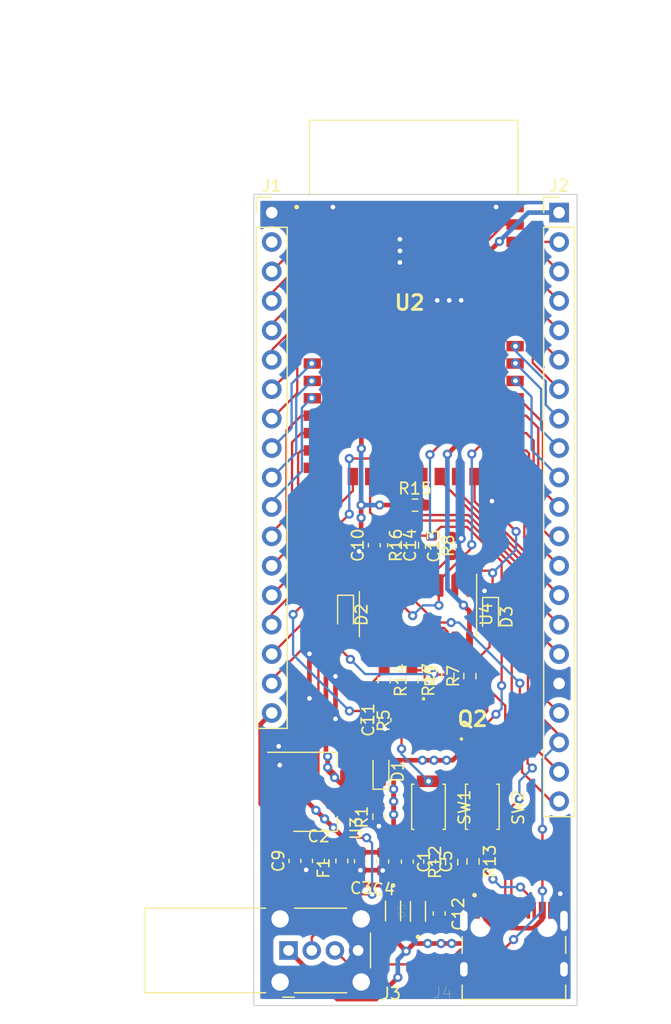
<source format=kicad_pcb>
(kicad_pcb (version 20171130) (host pcbnew 5.1.9-73d0e3b20d~88~ubuntu18.04.1)
  (layers (0 F.Cu signal) (31 B.Cu signal) (34 B.Paste user) (35 F.Paste user) (36 B.SilkS user) (37 F.SilkS user hide) (38 B.Mask user) (39 F.Mask user) (44 Edge.Cuts user))
  (net 0 "")
  (net 1 GND)
  (net 2 +3V3)
  (net 3 /CHIP_PU)
  (net 4 /GPIO0)
  (net 5 "Net-(C13-Pad1)")
  (net 6 "Net-(D2-Pad2)")
  (net 7 /RXD0)
  (net 8 "Net-(D3-Pad2)")
  (net 9 /TXD0)
  (net 10 /GPIO17)
  (net 11 /GPIO16)
  (net 12 /GPIO15)
  (net 13 /GPIO14)
  (net 14 /GPIO13)
  (net 15 /GPIO12)
  (net 16 /GPIO11)
  (net 17 /GPIO10)
  (net 18 /GPIO9)
  (net 19 /GPIO8)
  (net 20 /GPIO7)
  (net 21 /GPIO6)
  (net 22 /GPIO5)
  (net 23 /GPIO4)
  (net 24 /GPIO3)
  (net 25 /GPIO2)
  (net 26 /GPIO1)
  (net 27 /GPIO20)
  (net 28 /GPIO21)
  (net 29 /GPIO26)
  (net 30 /GPIO33)
  (net 31 /GPIO34)
  (net 32 /GPIO35)
  (net 33 /GPIO36)
  (net 34 /GPIO37)
  (net 35 /GPIO38)
  (net 36 /GPIO39)
  (net 37 /GPIO42)
  (net 38 /GPIO45)
  (net 39 "Net-(Q2-Pad1)")
  (net 40 "Net-(Q3-Pad1)")
  (net 41 /SDA)
  (net 42 /SCL)
  (net 43 /~DTR)
  (net 44 /GPIO18)
  (net 45 /~RTS)
  (net 46 VCC)
  (net 47 /GPIO46)
  (net 48 /GPIO19)
  (net 49 "Net-(U4-Pad15)")
  (net 50 "Net-(U4-Pad12)")
  (net 51 "Net-(U4-Pad11)")
  (net 52 "Net-(U4-Pad10)")
  (net 53 "Net-(U4-Pad9)")
  (net 54 "Net-(U4-Pad8)")
  (net 55 "Net-(U4-Pad7)")
  (net 56 /CC2)
  (net 57 "Net-(J4-PadA8)")
  (net 58 /DP1)
  (net 59 /DN1)
  (net 60 "Net-(J4-PadB8)")
  (net 61 /CC1)
  (net 62 /VBUS)
  (net 63 /VI)
  (net 64 /VI2)
  (net 65 "Net-(D1-Pad1)")
  (net 66 /3V3)
  (net 67 "Net-(D4-PadC)")
  (module tactile_smd_switch:tactile_smd_switch (layer F.Cu) (at 156.625 119.95 90)
    (fp_text reference SW2 (at -0.05 3.1 90) (layer F.SilkS))
    (fp_text value SW_Push)
    (pad 2 smd rect (at 2.2 0 90) (size 1 2) (layers F.Cu F.Paste F.Mask) (net 3 /CHIP_PU))
    (pad 1 smd rect (at -2.2 0 90) (size 1 2) (layers F.Cu F.Paste F.Mask) (net 1 GND))
  )
  (module tactile_smd_switch:tactile_smd_switch (layer F.Cu) (at 151.975 119.95 90)
    (fp_text reference SW1 (at -0.05 3.1 90) (layer F.SilkS))
    (fp_text value SW_Push)
    (pad 2 smd rect (at 2.2 0 90) (size 1 2) (layers F.Cu F.Paste F.Mask) (net 4 /GPIO0))
    (pad 1 smd rect (at -2.2 0 90) (size 1 2) (layers F.Cu F.Paste F.Mask) (net 1 GND))
  )
  (module L8050QLT1G:L8050QLT1G (layer F.Cu) (at 150.59914 112.6871 180)
    (fp_text reference Q3 hide)
    (fp_text value L8050QLT1G hide)
    (pad 3 smd rect (at 0 -1 180) (size 0.8 0.9) (layers F.Cu F.Paste F.Mask) (net 43 /~DTR))
    (pad 2 smd rect (at 0.95 1 180) (size 0.8 0.9) (layers F.Cu F.Paste F.Mask) (net 4 /GPIO0))
    (pad 1 smd rect (at -0.95 1 180) (size 0.8 0.9) (layers F.Cu F.Paste F.Mask) (net 40 "Net-(Q3-Pad1)"))
  )
  (module Resistor_SMD:R_0603_1608Metric (layer F.Cu) (at 150.55 109 270)
    (fp_text reference R17 (at 0 -1.43 90) (layer F.SilkS))
    (fp_text value 10K)
    (pad 2 smd roundrect (at 0.825 0 270) (size 0.8 0.95) (layers F.Cu F.Paste F.Mask) (net 40 "Net-(Q3-Pad1)"))
    (pad 1 smd roundrect (at -0.825 0 270) (size 0.8 0.95) (layers F.Cu F.Paste F.Mask) (net 45 /~RTS))
  )
  (module Package_SO:SOIC-16_3.9x9.9mm_P1.27mm (layer F.Cu) (at 151.07158 103.32974 270)
    (fp_text reference U4 (at 0 -5.9 90) (layer F.SilkS))
    (fp_text value CH340C)
    (pad 16 smd roundrect (at 2.475 -4.445 270) (size 1.95 0.6) (layers F.Cu F.Paste F.Mask) (net 46 VCC))
    (pad 15 smd roundrect (at 2.475 -3.175 270) (size 1.95 0.6) (layers F.Cu F.Paste F.Mask) (net 49 "Net-(U4-Pad15)"))
    (pad 14 smd roundrect (at 2.475 -1.905 270) (size 1.95 0.6) (layers F.Cu F.Paste F.Mask) (net 45 /~RTS))
    (pad 13 smd roundrect (at 2.475 -0.635 270) (size 1.95 0.6) (layers F.Cu F.Paste F.Mask) (net 43 /~DTR))
    (pad 12 smd roundrect (at 2.475 0.635 270) (size 1.95 0.6) (layers F.Cu F.Paste F.Mask) (net 50 "Net-(U4-Pad12)"))
    (pad 11 smd roundrect (at 2.475 1.905 270) (size 1.95 0.6) (layers F.Cu F.Paste F.Mask) (net 51 "Net-(U4-Pad11)"))
    (pad 10 smd roundrect (at 2.475 3.175 270) (size 1.95 0.6) (layers F.Cu F.Paste F.Mask) (net 52 "Net-(U4-Pad10)"))
    (pad 9 smd roundrect (at 2.475 4.445 270) (size 1.95 0.6) (layers F.Cu F.Paste F.Mask) (net 53 "Net-(U4-Pad9)"))
    (pad 8 smd roundrect (at -2.475 4.445 270) (size 1.95 0.6) (layers F.Cu F.Paste F.Mask) (net 54 "Net-(U4-Pad8)"))
    (pad 7 smd roundrect (at -2.475 3.175 270) (size 1.95 0.6) (layers F.Cu F.Paste F.Mask) (net 55 "Net-(U4-Pad7)"))
    (pad 6 smd roundrect (at -2.475 1.905 270) (size 1.95 0.6) (layers F.Cu F.Paste F.Mask) (net 59 /DN1))
    (pad 5 smd roundrect (at -2.475 0.635 270) (size 1.95 0.6) (layers F.Cu F.Paste F.Mask) (net 58 /DP1))
    (pad 4 smd roundrect (at -2.475 -0.635 270) (size 1.95 0.6) (layers F.Cu F.Paste F.Mask) (net 5 "Net-(C13-Pad1)"))
    (pad 3 smd roundrect (at -2.475 -1.905 270) (size 1.95 0.6) (layers F.Cu F.Paste F.Mask) (net 7 /RXD0))
    (pad 2 smd roundrect (at -2.475 -3.175 270) (size 1.95 0.6) (layers F.Cu F.Paste F.Mask) (net 9 /TXD0))
    (pad 1 smd roundrect (at -2.475 -4.445 270) (size 1.95 0.6) (layers F.Cu F.Paste F.Mask) (net 1 GND))
  )
  (module ESP32-S2-WROOM_M22S2H3200PH3Q0:ESP32S2WROOMM22S2H3200PH3Q0 (layer F.Cu) (at 150.7 76.2)
    (fp_text reference U2 (at -0.35 0.25) (layer F.SilkS) (effects (font (size 1.27 1.27) (thickness 0.254))))
    (fp_text value ESP32-S2-WROOM-ESP32-S2-WROOM hide)
    (pad 51 smd rect (at -2.69 -1.45) (size 1.1 1.1) (layers F.Cu F.Paste F.Mask) (net 1 GND))
    (pad 50 smd rect (at -1.19 -1.45) (size 1.1 1.1) (layers F.Cu F.Paste F.Mask) (net 1 GND))
    (pad 49 smd rect (at 0.31 -1.45) (size 1.1 1.1) (layers F.Cu F.Paste F.Mask) (net 1 GND))
    (pad 48 smd rect (at 0.31 0.05) (size 1.1 1.1) (layers F.Cu F.Paste F.Mask) (net 1 GND))
    (pad 47 smd rect (at 0.31 1.55) (size 1.1 1.1) (layers F.Cu F.Paste F.Mask) (net 1 GND))
    (pad 46 smd rect (at -1.19 1.55) (size 1.1 1.1) (layers F.Cu F.Paste F.Mask) (net 1 GND))
    (pad 45 smd rect (at -2.69 1.55) (size 1.1 1.1) (layers F.Cu F.Paste F.Mask) (net 1 GND))
    (pad 44 smd rect (at -2.69 0.05) (size 1.1 1.1) (layers F.Cu F.Paste F.Mask) (net 1 GND))
    (pad 43 smd rect (at -1.19 0.05) (size 1.1 1.1) (layers F.Cu F.Paste F.Mask) (net 1 GND))
    (pad 42 smd rect (at 8.75 -8 90) (size 0.9 1.5) (layers F.Cu F.Paste F.Mask) (net 1 GND))
    (pad 41 smd rect (at 8.75 -6.5 90) (size 0.9 1.5) (layers F.Cu F.Paste F.Mask) (net 3 /CHIP_PU))
    (pad 40 smd rect (at 8.75 -5 90) (size 0.9 1.5) (layers F.Cu F.Paste F.Mask) (net 47 /GPIO46))
    (pad 39 smd rect (at 8.75 -3.5 90) (size 0.9 1.5) (layers F.Cu F.Paste F.Mask) (net 38 /GPIO45))
    (pad 38 smd rect (at 8.75 -2 90) (size 0.9 1.5) (layers F.Cu F.Paste F.Mask) (net 7 /RXD0))
    (pad 37 smd rect (at 8.75 -0.5 90) (size 0.9 1.5) (layers F.Cu F.Paste F.Mask) (net 9 /TXD0))
    (pad 36 smd rect (at 8.75 1 90) (size 0.9 1.5) (layers F.Cu F.Paste F.Mask) (net 37 /GPIO42))
    (pad 35 smd rect (at 8.75 2.5 90) (size 0.9 1.5) (layers F.Cu F.Paste F.Mask) (net 41 /SDA))
    (pad 34 smd rect (at 8.75 4 90) (size 0.9 1.5) (layers F.Cu F.Paste F.Mask) (net 42 /SCL))
    (pad 33 smd rect (at 8.75 5.5 90) (size 0.9 1.5) (layers F.Cu F.Paste F.Mask) (net 36 /GPIO39))
    (pad 32 smd rect (at 8.75 7 90) (size 0.9 1.5) (layers F.Cu F.Paste F.Mask) (net 35 /GPIO38))
    (pad 31 smd rect (at 8.75 8.5 90) (size 0.9 1.5) (layers F.Cu F.Paste F.Mask) (net 34 /GPIO37))
    (pad 30 smd rect (at 8.75 10 90) (size 0.9 1.5) (layers F.Cu F.Paste F.Mask) (net 33 /GPIO36))
    (pad 29 smd rect (at 8.75 11.5 90) (size 0.9 1.5) (layers F.Cu F.Paste F.Mask) (net 32 /GPIO35))
    (pad 28 smd rect (at 8.75 13 90) (size 0.9 1.5) (layers F.Cu F.Paste F.Mask) (net 31 /GPIO34))
    (pad 27 smd rect (at 8.75 14.5 90) (size 0.9 1.5) (layers F.Cu F.Paste F.Mask) (net 30 /GPIO33))
    (pad 26 smd rect (at 6.75 15.25) (size 0.9 1.5) (layers F.Cu F.Paste F.Mask) (net 1 GND))
    (pad 25 smd rect (at 5.25 15.25) (size 0.9 1.5) (layers F.Cu F.Paste F.Mask) (net 29 /GPIO26))
    (pad 24 smd rect (at 3.75 15.25) (size 0.9 1.5) (layers F.Cu F.Paste F.Mask) (net 28 /GPIO21))
    (pad 23 smd rect (at 2.25 15.25) (size 0.9 1.5) (layers F.Cu F.Paste F.Mask) (net 27 /GPIO20))
    (pad 22 smd rect (at 0.75 15.25) (size 0.9 1.5) (layers F.Cu F.Paste F.Mask) (net 48 /GPIO19))
    (pad 21 smd rect (at -0.75 15.25) (size 0.9 1.5) (layers F.Cu F.Paste F.Mask) (net 44 /GPIO18))
    (pad 20 smd rect (at -2.25 15.25) (size 0.9 1.5) (layers F.Cu F.Paste F.Mask) (net 10 /GPIO17))
    (pad 19 smd rect (at -3.75 15.25) (size 0.9 1.5) (layers F.Cu F.Paste F.Mask) (net 11 /GPIO16))
    (pad 18 smd rect (at -5.25 15.25) (size 0.9 1.5) (layers F.Cu F.Paste F.Mask) (net 12 /GPIO15))
    (pad 17 smd rect (at -6.75 15.25) (size 0.9 1.5) (layers F.Cu F.Paste F.Mask) (net 13 /GPIO14))
    (pad 16 smd rect (at -8.75 14.5 90) (size 0.9 1.5) (layers F.Cu F.Paste F.Mask) (net 14 /GPIO13))
    (pad 15 smd rect (at -8.75 13 90) (size 0.9 1.5) (layers F.Cu F.Paste F.Mask) (net 15 /GPIO12))
    (pad 14 smd rect (at -8.75 11.5 90) (size 0.9 1.5) (layers F.Cu F.Paste F.Mask) (net 16 /GPIO11))
    (pad 13 smd rect (at -8.75 10 90) (size 0.9 1.5) (layers F.Cu F.Paste F.Mask) (net 17 /GPIO10))
    (pad 12 smd rect (at -8.75 8.5 90) (size 0.9 1.5) (layers F.Cu F.Paste F.Mask) (net 18 /GPIO9))
    (pad 11 smd rect (at -8.75 7 90) (size 0.9 1.5) (layers F.Cu F.Paste F.Mask) (net 19 /GPIO8))
    (pad 10 smd rect (at -8.75 5.5 90) (size 0.9 1.5) (layers F.Cu F.Paste F.Mask) (net 20 /GPIO7))
    (pad 9 smd rect (at -8.75 4 90) (size 0.9 1.5) (layers F.Cu F.Paste F.Mask) (net 21 /GPIO6))
    (pad 8 smd rect (at -8.75 2.5 90) (size 0.9 1.5) (layers F.Cu F.Paste F.Mask) (net 22 /GPIO5))
    (pad 7 smd rect (at -8.75 1 90) (size 0.9 1.5) (layers F.Cu F.Paste F.Mask) (net 23 /GPIO4))
    (pad 6 smd rect (at -8.75 -0.5 90) (size 0.9 1.5) (layers F.Cu F.Paste F.Mask) (net 24 /GPIO3))
    (pad 5 smd rect (at -8.75 -2 90) (size 0.9 1.5) (layers F.Cu F.Paste F.Mask) (net 25 /GPIO2))
    (pad 4 smd rect (at -8.75 -3.5 90) (size 0.9 1.5) (layers F.Cu F.Paste F.Mask) (net 26 /GPIO1))
    (pad 3 smd rect (at -8.75 -5 90) (size 0.9 1.5) (layers F.Cu F.Paste F.Mask) (net 4 /GPIO0))
    (pad 2 smd rect (at -8.75 -6.5 90) (size 0.9 1.5) (layers F.Cu F.Paste F.Mask) (net 2 +3V3))
    (pad 1 smd rect (at -8.75 -8 90) (size 0.9 1.5) (layers F.Cu F.Paste F.Mask) (net 1 GND))
  )
  (module Connector_PinHeader_2.54mm:PinHeader_1x21_P2.54mm_Vertical (layer F.Cu) (at 163.25 68.675)
    (fp_text reference J2 (at 0 -2.33) (layer F.SilkS))
    (fp_text value Conn_01x21_Male)
    (pad 21 thru_hole oval (at 0 50.8) (size 1.7 1.7) (drill 1) (layers *.Cu *.Mask) (net 11 /GPIO16))
    (pad 20 thru_hole oval (at 0 48.26) (size 1.7 1.7) (drill 1) (layers *.Cu *.Mask) (net 10 /GPIO17))
    (pad 19 thru_hole oval (at 0 45.72) (size 1.7 1.7) (drill 1) (layers *.Cu *.Mask) (net 27 /GPIO20))
    (pad 18 thru_hole oval (at 0 43.18) (size 1.7 1.7) (drill 1) (layers *.Cu *.Mask) (net 28 /GPIO21))
    (pad 17 thru_hole oval (at 0 40.64) (size 1.7 1.7) (drill 1) (layers *.Cu *.Mask) (net 1 GND))
    (pad 16 thru_hole oval (at 0 38.1) (size 1.7 1.7) (drill 1) (layers *.Cu *.Mask) (net 29 /GPIO26))
    (pad 15 thru_hole oval (at 0 35.56) (size 1.7 1.7) (drill 1) (layers *.Cu *.Mask) (net 30 /GPIO33))
    (pad 14 thru_hole oval (at 0 33.02) (size 1.7 1.7) (drill 1) (layers *.Cu *.Mask) (net 31 /GPIO34))
    (pad 13 thru_hole oval (at 0 30.48) (size 1.7 1.7) (drill 1) (layers *.Cu *.Mask) (net 32 /GPIO35))
    (pad 12 thru_hole oval (at 0 27.94) (size 1.7 1.7) (drill 1) (layers *.Cu *.Mask) (net 33 /GPIO36))
    (pad 11 thru_hole oval (at 0 25.4) (size 1.7 1.7) (drill 1) (layers *.Cu *.Mask) (net 34 /GPIO37))
    (pad 10 thru_hole oval (at 0 22.86) (size 1.7 1.7) (drill 1) (layers *.Cu *.Mask) (net 35 /GPIO38))
    (pad 9 thru_hole oval (at 0 20.32) (size 1.7 1.7) (drill 1) (layers *.Cu *.Mask) (net 36 /GPIO39))
    (pad 8 thru_hole oval (at 0 17.78) (size 1.7 1.7) (drill 1) (layers *.Cu *.Mask) (net 42 /SCL))
    (pad 7 thru_hole oval (at 0 15.24) (size 1.7 1.7) (drill 1) (layers *.Cu *.Mask) (net 41 /SDA))
    (pad 6 thru_hole oval (at 0 12.7) (size 1.7 1.7) (drill 1) (layers *.Cu *.Mask) (net 37 /GPIO42))
    (pad 5 thru_hole oval (at 0 10.16) (size 1.7 1.7) (drill 1) (layers *.Cu *.Mask) (net 9 /TXD0))
    (pad 4 thru_hole oval (at 0 7.62) (size 1.7 1.7) (drill 1) (layers *.Cu *.Mask) (net 7 /RXD0))
    (pad 3 thru_hole oval (at 0 5.08) (size 1.7 1.7) (drill 1) (layers *.Cu *.Mask) (net 38 /GPIO45))
    (pad 2 thru_hole oval (at 0 2.54) (size 1.7 1.7) (drill 1) (layers *.Cu *.Mask) (net 47 /GPIO46))
    (pad 1 thru_hole rect (at 0 0) (size 1.7 1.7) (drill 1) (layers *.Cu *.Mask) (net 46 VCC))
  )
  (module BAT-760:SOD2513X120N (layer F.Cu) (at 151.07 128.98 90)
    (fp_text reference D5 (at 0.032 -1.4064 90) (layer F.SilkS) (effects (font (size 0.64 0.64) (thickness 0.015))))
    (fp_text value BAT760-7)
    (pad A smd rect (at 1.19 0 90) (size 1.04 0.46) (layers F.Cu F.Paste F.Mask) (net 62 /VBUS))
    (pad C smd rect (at -1.19 0 90) (size 1.04 0.46) (layers F.Cu F.Paste F.Mask) (net 64 /VI2))
  )
  (module BAT-760:SOD2513X120N (layer F.Cu) (at 148.92 128.94 270)
    (fp_text reference D4 (at -1.475 1.35 90) (layer F.SilkS) (effects (font (size 0.64 0.64) (thickness 0.015))))
    (fp_text value BAT760-7 hide)
    (pad A smd rect (at 1.19 0 270) (size 1.04 0.46) (layers F.Cu F.Paste F.Mask) (net 62 /VBUS))
    (pad C smd rect (at -1.19 0 270) (size 1.04 0.46) (layers F.Cu F.Paste F.Mask) (net 67 "Net-(D4-PadC)"))
  )
  (module Fuse:Fuse_0603_1608Metric (layer F.Cu) (at 144.49806 124.62388 270)
    (fp_text reference F1 (at 0.625 1.575 90) (layer F.SilkS))
    (fp_text value Polyfuse_Small hide)
    (pad 2 smd roundrect (at 0.7875 0 270) (size 0.875 0.95) (layers F.Cu F.Paste F.Mask) (net 67 "Net-(D4-PadC)"))
    (pad 1 smd roundrect (at -0.7875 0 270) (size 0.875 0.95) (layers F.Cu F.Paste F.Mask) (net 63 /VI))
  )
  (module Resistor_SMD:R_0603_1608Metric (layer F.Cu) (at 147.7 120.8 270)
    (fp_text reference R1 (at 0.05 1.475 90) (layer F.SilkS))
    (fp_text value 1k)
    (pad 2 smd roundrect (at 0.825 0 270) (size 0.8 0.95) (layers F.Cu F.Paste F.Mask) (net 1 GND))
    (pad 1 smd roundrect (at -0.825 0 270) (size 0.8 0.95) (layers F.Cu F.Paste F.Mask) (net 65 "Net-(D1-Pad1)"))
  )
  (module Connector_PinHeader_2.54mm:PinHeader_1x18_P2.54mm_Vertical (layer F.Cu) (at 138.45 68.675)
    (fp_text reference J1 (at 0 -2.33) (layer F.SilkS))
    (fp_text value Conn_01x18_Male)
    (pad 18 thru_hole oval (at 0 43.18) (size 1.7 1.7) (drill 1) (layers *.Cu *.Mask) (net 63 /VI))
    (pad 17 thru_hole oval (at 0 40.64) (size 1.7 1.7) (drill 1) (layers *.Cu *.Mask) (net 12 /GPIO15))
    (pad 16 thru_hole oval (at 0 38.1) (size 1.7 1.7) (drill 1) (layers *.Cu *.Mask) (net 13 /GPIO14))
    (pad 15 thru_hole oval (at 0 35.56) (size 1.7 1.7) (drill 1) (layers *.Cu *.Mask) (net 14 /GPIO13))
    (pad 14 thru_hole oval (at 0 33.02) (size 1.7 1.7) (drill 1) (layers *.Cu *.Mask) (net 15 /GPIO12))
    (pad 13 thru_hole oval (at 0 30.48) (size 1.7 1.7) (drill 1) (layers *.Cu *.Mask) (net 16 /GPIO11))
    (pad 12 thru_hole oval (at 0 27.94) (size 1.7 1.7) (drill 1) (layers *.Cu *.Mask) (net 17 /GPIO10))
    (pad 11 thru_hole oval (at 0 25.4) (size 1.7 1.7) (drill 1) (layers *.Cu *.Mask) (net 18 /GPIO9))
    (pad 10 thru_hole oval (at 0 22.86) (size 1.7 1.7) (drill 1) (layers *.Cu *.Mask) (net 19 /GPIO8))
    (pad 9 thru_hole oval (at 0 20.32) (size 1.7 1.7) (drill 1) (layers *.Cu *.Mask) (net 20 /GPIO7))
    (pad 8 thru_hole oval (at 0 17.78) (size 1.7 1.7) (drill 1) (layers *.Cu *.Mask) (net 21 /GPIO6))
    (pad 7 thru_hole oval (at 0 15.24) (size 1.7 1.7) (drill 1) (layers *.Cu *.Mask) (net 22 /GPIO5))
    (pad 6 thru_hole oval (at 0 12.7) (size 1.7 1.7) (drill 1) (layers *.Cu *.Mask) (net 23 /GPIO4))
    (pad 5 thru_hole oval (at 0 10.16) (size 1.7 1.7) (drill 1) (layers *.Cu *.Mask) (net 24 /GPIO3))
    (pad 4 thru_hole oval (at 0 7.62) (size 1.7 1.7) (drill 1) (layers *.Cu *.Mask) (net 25 /GPIO2))
    (pad 3 thru_hole oval (at 0 5.08) (size 1.7 1.7) (drill 1) (layers *.Cu *.Mask) (net 26 /GPIO1))
    (pad 2 thru_hole oval (at 0 2.54) (size 1.7 1.7) (drill 1) (layers *.Cu *.Mask) (net 66 /3V3))
    (pad 1 thru_hole rect (at 0 0) (size 1.7 1.7) (drill 1) (layers *.Cu *.Mask) (net 1 GND))
  )
  (module LED_SMD:LED_0603_1608Metric_Castellated (layer F.Cu) (at 147.875 116.75 90)
    (fp_text reference D1 (at -0.1375 1.45 90) (layer F.SilkS))
    (fp_text value LED)
    (pad 2 smd roundrect (at 0.8125 0 90) (size 1.225 0.85) (layers F.Cu F.Paste F.Mask) (net 2 +3V3))
    (pad 1 smd roundrect (at -0.8125 0 90) (size 1.225 0.85) (layers F.Cu F.Paste F.Mask) (net 65 "Net-(D1-Pad1)"))
  )
  (module Capacitor_SMD:C_0603_1608Metric (layer F.Cu) (at 148.025 124.675 90)
    (fp_text reference C4 (at -2.4 0.075 180) (layer F.SilkS))
    (fp_text value 0.1uF)
    (pad 2 smd roundrect (at 0.775 0 90) (size 0.9 0.95) (layers F.Cu F.Paste F.Mask) (net 2 +3V3))
    (pad 1 smd roundrect (at -0.775 0 90) (size 0.9 0.95) (layers F.Cu F.Paste F.Mask) (net 1 GND))
  )
  (module Capacitor_SMD:C_0603_1608Metric (layer F.Cu) (at 146.1 124.65 270)
    (fp_text reference C3 (at 2.325 -0.075 180) (layer F.SilkS))
    (fp_text value 22uF hide)
    (pad 2 smd roundrect (at 0.775 0 270) (size 0.9 0.95) (layers F.Cu F.Paste F.Mask) (net 1 GND))
    (pad 1 smd roundrect (at -0.775 0 270) (size 0.9 0.95) (layers F.Cu F.Paste F.Mask) (net 2 +3V3))
  )
  (module Capacitor_SMD:C_0603_1608Metric (layer F.Cu) (at 142.47368 124.62388 270)
    (fp_text reference C2 (at -2.125 -0.025) (layer F.SilkS))
    (fp_text value 10uF hide)
    (pad 2 smd roundrect (at 0.775 0 270) (size 0.9 0.95) (layers F.Cu F.Paste F.Mask) (net 1 GND))
    (pad 1 smd roundrect (at -0.775 0 270) (size 0.9 0.95) (layers F.Cu F.Paste F.Mask) (net 63 /VI))
  )
  (module Capacitor_SMD:C_0603_1608Metric (layer F.Cu) (at 148.21662 112.46104 90)
    (fp_text reference C11 (at 0 -1.43 90) (layer F.SilkS))
    (fp_text value 0.1uF)
    (pad 2 smd roundrect (at 0.775 0 90) (size 0.9 0.95) (layers F.Cu F.Paste F.Mask) (net 4 /GPIO0))
    (pad 1 smd roundrect (at -0.775 0 90) (size 0.9 0.95) (layers F.Cu F.Paste F.Mask) (net 1 GND))
  )
  (module Capacitor_SMD:C_0603_1608Metric (layer F.Cu) (at 152.9 129.16 90)
    (fp_text reference C12 (at -0.05 1.65 90) (layer F.SilkS))
    (fp_text value 0.1uF)
    (pad 2 smd roundrect (at 0.775 0 90) (size 0.9 0.95) (layers F.Cu F.Paste F.Mask) (net 1 GND))
    (pad 1 smd roundrect (at -0.775 0 90) (size 0.9 0.95) (layers F.Cu F.Paste F.Mask) (net 64 /VI2))
  )
  (module Capacitor_SMD:C_0603_1608Metric (layer F.Cu) (at 148.96 97.38 270)
    (fp_text reference C14 (at 0 -1.43 90) (layer F.SilkS))
    (fp_text value 1uF)
    (pad 2 smd roundrect (at 0.775 0 270) (size 0.9 0.95) (layers F.Cu F.Paste F.Mask) (net 1 GND))
    (pad 1 smd roundrect (at -0.775 0 270) (size 0.9 0.95) (layers F.Cu F.Paste F.Mask) (net 3 /CHIP_PU))
  )
  (module Capacitor_SMD:C_0603_1608Metric (layer F.Cu) (at 153.87 97.44 90)
    (fp_text reference C13 (at 0 -1.43 90) (layer F.SilkS))
    (fp_text value 10nF)
    (pad 2 smd roundrect (at 0.775 0 90) (size 0.9 0.95) (layers F.Cu F.Paste F.Mask) (net 1 GND))
    (pad 1 smd roundrect (at -0.775 0 90) (size 0.9 0.95) (layers F.Cu F.Paste F.Mask) (net 5 "Net-(C13-Pad1)"))
  )
  (module Resistor_SMD:R_0603_1608Metric (layer F.Cu) (at 155.55 108.675 90)
    (fp_text reference R7 (at 0 -1.43 90) (layer F.SilkS))
    (fp_text value 1k)
    (pad 2 smd roundrect (at 0.825 0 90) (size 0.8 0.95) (layers F.Cu F.Paste F.Mask) (net 8 "Net-(D3-Pad2)"))
    (pad 1 smd roundrect (at -0.825 0 90) (size 0.8 0.95) (layers F.Cu F.Paste F.Mask) (net 2 +3V3))
  )
  (module Resistor_SMD:R_0603_1608Metric (layer F.Cu) (at 153.98 124.73 90)
    (fp_text reference R12 (at 0 -1.43 90) (layer F.SilkS))
    (fp_text value 5.1K hide)
    (pad 2 smd roundrect (at 0.825 0 90) (size 0.8 0.95) (layers F.Cu F.Paste F.Mask) (net 1 GND))
    (pad 1 smd roundrect (at -0.825 0 90) (size 0.8 0.95) (layers F.Cu F.Paste F.Mask) (net 61 /CC1))
  )
  (module LED_SMD:LED_0603_1608Metric_Castellated (layer F.Cu) (at 144.82 103.38 270)
    (fp_text reference D2 (at 0 -1.38 90) (layer F.SilkS))
    (fp_text value LED)
    (pad 2 smd roundrect (at 0.8125 0 270) (size 1.225 0.85) (layers F.Cu F.Paste F.Mask) (net 6 "Net-(D2-Pad2)"))
    (pad 1 smd roundrect (at -0.8125 0 270) (size 1.225 0.85) (layers F.Cu F.Paste F.Mask) (net 7 /RXD0))
  )
  (module Resistor_SMD:R_0603_1608Metric (layer F.Cu) (at 155.82 124.67 90)
    (fp_text reference R13 (at 0 1.45 90) (layer F.SilkS))
    (fp_text value 5.1K)
    (pad 2 smd roundrect (at 0.825 0 90) (size 0.8 0.95) (layers F.Cu F.Paste F.Mask) (net 1 GND))
    (pad 1 smd roundrect (at -0.825 0 90) (size 0.8 0.95) (layers F.Cu F.Paste F.Mask) (net 56 /CC2))
  )
  (module LED_SMD:LED_0603_1608Metric_Castellated (layer F.Cu) (at 157.33268 103.57328 270)
    (fp_text reference D3 (at 0 -1.38 90) (layer F.SilkS))
    (fp_text value LED)
    (pad 2 smd roundrect (at 0.8125 0 270) (size 1.225 0.85) (layers F.Cu F.Paste F.Mask) (net 8 "Net-(D3-Pad2)"))
    (pad 1 smd roundrect (at -0.8125 0 270) (size 1.225 0.85) (layers F.Cu F.Paste F.Mask) (net 9 /TXD0))
  )
  (module Resistor_SMD:R_0603_1608Metric (layer F.Cu) (at 150.81758 93.91904)
    (fp_text reference R15 (at 0 -1.43) (layer F.SilkS))
    (fp_text value 10K)
    (pad 2 smd roundrect (at 0.825 0) (size 0.8 0.95) (layers F.Cu F.Paste F.Mask) (net 44 /GPIO18))
    (pad 1 smd roundrect (at -0.825 0) (size 0.8 0.95) (layers F.Cu F.Paste F.Mask) (net 2 +3V3))
  )
  (module Resistor_SMD:R_0603_1608Metric (layer F.Cu) (at 146.67738 112.51184 270)
    (fp_text reference R5 (at 0 -1.43 90) (layer F.SilkS))
    (fp_text value 10K)
    (pad 2 smd roundrect (at 0.825 0 270) (size 0.8 0.95) (layers F.Cu F.Paste F.Mask) (net 2 +3V3))
    (pad 1 smd roundrect (at -0.825 0 270) (size 0.8 0.95) (layers F.Cu F.Paste F.Mask) (net 4 /GPIO0))
  )
  (module Package_TO_SOT_SMD:SOT-223-3_TabPin2 (layer F.Cu) (at 142.2019 118.65864)
    (fp_text reference U3 (at 3.55 3.15 90) (layer F.SilkS))
    (fp_text value AMS1117-3.3)
    (pad 1 smd rect (at -3.15 -2.3) (size 2 1.5) (layers F.Cu F.Paste F.Mask) (net 1 GND))
    (pad 3 smd rect (at -3.15 2.3) (size 2 1.5) (layers F.Cu F.Paste F.Mask) (net 63 /VI))
    (pad 2 smd rect (at -3.15 0) (size 2 1.5) (layers F.Cu F.Paste F.Mask) (net 2 +3V3))
    (pad 2 smd rect (at 3.15 0) (size 2 3.8) (layers F.Cu F.Paste F.Mask) (net 2 +3V3))
  )
  (module Resistor_SMD:R_0603_1608Metric (layer F.Cu) (at 150.59262 97.38068 90)
    (fp_text reference R16 (at 0 -1.43 90) (layer F.SilkS))
    (fp_text value 10K)
    (pad 1 smd roundrect (at -0.825 0 90) (size 0.8 0.95) (layers F.Cu F.Paste F.Mask) (net 2 +3V3))
    (pad 2 smd roundrect (at 0.825 0 90) (size 0.8 0.95) (layers F.Cu F.Paste F.Mask) (net 3 /CHIP_PU))
  )
  (module L8050QLT1G:L8050QLT1G (layer F.Cu) (at 155.77 112.05)
    (fp_text reference Q2 (at 0 0.325) (layer F.SilkS) (effects (font (size 1.27 1.27) (thickness 0.254))))
    (fp_text value L8050QLT1G hide)
    (pad 3 smd rect (at 0 -1) (size 0.8 0.9) (layers F.Cu F.Paste F.Mask) (net 45 /~RTS))
    (pad 2 smd rect (at 0.95 1) (size 0.8 0.9) (layers F.Cu F.Paste F.Mask) (net 3 /CHIP_PU))
    (pad 1 smd rect (at -0.95 1) (size 0.8 0.9) (layers F.Cu F.Paste F.Mask) (net 39 "Net-(Q2-Pad1)"))
  )
  (module Resistor_SMD:R_0603_1608Metric (layer F.Cu) (at 153.65 108.65 90)
    (fp_text reference R6 (at 0 -1.43 90) (layer F.SilkS))
    (fp_text value 1k)
    (pad 2 smd roundrect (at 0.825 0 90) (size 0.8 0.95) (layers F.Cu F.Paste F.Mask) (net 6 "Net-(D2-Pad2)"))
    (pad 1 smd roundrect (at -0.825 0 90) (size 0.8 0.95) (layers F.Cu F.Paste F.Mask) (net 2 +3V3))
  )
  (module Resistor_SMD:R_0603_1608Metric (layer F.Cu) (at 152.24 97.42 270)
    (fp_text reference R8 (at 0 -1.43 90) (layer F.SilkS))
    (fp_text value 10K)
    (pad 2 smd roundrect (at 0.825 0 270) (size 0.8 0.95) (layers F.Cu F.Paste F.Mask) (net 2 +3V3))
    (pad 1 smd roundrect (at -0.825 0 270) (size 0.8 0.95) (layers F.Cu F.Paste F.Mask) (net 3 /CHIP_PU))
  )
  (module Capacitor_SMD:C_0603_1608Metric (layer F.Cu) (at 147.3 97.38 90)
    (fp_text reference C10 (at 0 -1.43 90) (layer F.SilkS))
    (fp_text value 0.1uF)
    (pad 2 smd roundrect (at 0.775 0 90) (size 0.9 0.95) (layers F.Cu F.Paste F.Mask) (net 3 /CHIP_PU))
    (pad 1 smd roundrect (at -0.775 0 90) (size 0.9 0.95) (layers F.Cu F.Paste F.Mask) (net 1 GND))
  )
  (module Capacitor_SMD:C_0603_1608Metric (layer F.Cu) (at 152.075 124.675 270)
    (fp_text reference C5 (at 0 -1.43 90) (layer F.SilkS))
    (fp_text value 10uF)
    (pad 2 smd roundrect (at 0.775 0 270) (size 0.9 0.95) (layers F.Cu F.Paste F.Mask) (net 1 GND))
    (pad 1 smd roundrect (at -0.775 0 270) (size 0.9 0.95) (layers F.Cu F.Paste F.Mask) (net 2 +3V3))
  )
  (module Capacitor_SMD:C_0603_1608Metric (layer F.Cu) (at 150.15 124.675 270)
    (fp_text reference C1 (at 0 -1.43 90) (layer F.SilkS))
    (fp_text value 0.1uF)
    (pad 2 smd roundrect (at 0.775 0 270) (size 0.9 0.95) (layers F.Cu F.Paste F.Mask) (net 1 GND))
    (pad 1 smd roundrect (at -0.775 0 270) (size 0.9 0.95) (layers F.Cu F.Paste F.Mask) (net 2 +3V3))
  )
  (module Capacitor_SMD:C_0603_1608Metric (layer F.Cu) (at 140.4493 124.62388 90)
    (fp_text reference C9 (at 0 -1.43 90) (layer F.SilkS))
    (fp_text value 0.1uF hide)
    (pad 2 smd roundrect (at 0.775 0 90) (size 0.9 0.95) (layers F.Cu F.Paste F.Mask) (net 63 /VI))
    (pad 1 smd roundrect (at -0.775 0 90) (size 0.9 0.95) (layers F.Cu F.Paste F.Mask) (net 1 GND))
  )
  (module Resistor_SMD:R_0603_1608Metric (layer F.Cu) (at 148.15 109.025 270)
    (fp_text reference R14 (at 0 -1.43 90) (layer F.SilkS))
    (fp_text value 10K)
    (pad 2 smd roundrect (at 0.825 0 270) (size 0.8 0.95) (layers F.Cu F.Paste F.Mask) (net 39 "Net-(Q2-Pad1)"))
    (pad 1 smd roundrect (at -0.825 0 270) (size 0.8 0.95) (layers F.Cu F.Paste F.Mask) (net 43 /~DTR))
  )
  (module Connector_USB:USB_A_Wuerth_614004134726_Horizontal (layer F.Cu) (at 139.9 132.35)
    (fp_text reference J3 (at 8.85 3.725) (layer F.SilkS))
    (fp_text value USB_A)
    (pad 5 thru_hole circle (at -0.73 -2.72) (size 2.15 2.15) (drill 1.5) (layers *.Cu *.Mask) (net 1 GND))
    (pad 5 thru_hole circle (at 6.27 -2.72) (size 2.15 2.15) (drill 1.5) (layers *.Cu *.Mask) (net 1 GND))
    (pad 5 thru_hole circle (at 6.27 2.72) (size 2.15 2.15) (drill 1.5) (layers *.Cu *.Mask) (net 1 GND))
    (pad 5 thru_hole circle (at -0.73 2.72) (size 2.15 2.15) (drill 1.5) (layers *.Cu *.Mask) (net 1 GND))
    (pad 1 thru_hole rect (at 0 0) (size 1.6 1.6) (drill 0.92) (layers *.Cu *.Mask) (net 62 /VBUS))
    (pad 2 thru_hole circle (at 2 0) (size 1.6 1.6) (drill 0.92) (layers *.Cu *.Mask) (net 48 /GPIO19))
    (pad 3 thru_hole circle (at 4 0) (size 1.6 1.6) (drill 0.92) (layers *.Cu *.Mask) (net 27 /GPIO20))
    (pad 4 thru_hole circle (at 6 0) (size 1.6 1.6) (drill 0.92) (layers *.Cu *.Mask) (net 1 GND))
  )
  (module USB-TYPE-C:HRO_TYPE-C-31-M-12 (layer F.Cu) (at 159.35 133.975)
    (fp_text reference J4 (at -6.15 2) (layer F.SilkS) (effects (font (thickness 0.025))))
    (fp_text value TYPE-C-31-M-12)
    (pad None np_thru_hole circle (at 2.89 -3.65) (size 0.7 0.7) (drill 0.7) (layers *.Cu *.Mask))
    (pad None np_thru_hole circle (at -2.89 -3.65) (size 0.7 0.7) (drill 0.7) (layers *.Cu *.Mask))
    (pad S4 thru_hole oval (at 4.32 0) (size 1.05 2.1) (drill oval 0.65 1.25) (layers *.Cu *.Mask) (net 1 GND))
    (pad S3 thru_hole oval (at -4.32 0) (size 1.05 2.1) (drill oval 0.65 1.25) (layers *.Cu *.Mask) (net 1 GND))
    (pad S2 thru_hole oval (at 4.32 -4.18) (size 1.05 2.1) (drill oval 0.65 1.75) (layers *.Cu *.Mask) (net 1 GND))
    (pad S1 thru_hole oval (at -4.32 -4.18) (size 1.05 2.1) (drill oval 0.65 1.75) (layers *.Cu *.Mask) (net 1 GND))
    (pad B1A12 smd rect (at 3.25 -5.095) (size 0.6 1.45) (layers F.Cu F.Paste F.Mask) (net 1 GND))
    (pad B4A9 smd rect (at 2.45 -5.095) (size 0.6 1.45) (layers F.Cu F.Paste F.Mask) (net 62 /VBUS))
    (pad B5 smd rect (at 1.75 -5.095) (size 0.3 1.45) (layers F.Cu F.Paste F.Mask) (net 56 /CC2))
    (pad A8 smd rect (at 1.25 -5.095) (size 0.3 1.45) (layers F.Cu F.Paste F.Mask) (net 57 "Net-(J4-PadA8)"))
    (pad B6 smd rect (at 0.75 -5.095) (size 0.3 1.45) (layers F.Cu F.Paste F.Mask) (net 58 /DP1))
    (pad A7 smd rect (at 0.25 -5.095) (size 0.3 1.45) (layers F.Cu F.Paste F.Mask) (net 59 /DN1))
    (pad B8 smd rect (at -1.75 -5.095) (size 0.3 1.45) (layers F.Cu F.Paste F.Mask) (net 60 "Net-(J4-PadB8)"))
    (pad A5 smd rect (at -1.25 -5.095) (size 0.3 1.45) (layers F.Cu F.Paste F.Mask) (net 61 /CC1))
    (pad B7 smd rect (at -0.75 -5.095) (size 0.3 1.45) (layers F.Cu F.Paste F.Mask) (net 59 /DN1))
    (pad A6 smd rect (at -0.25 -5.095) (size 0.3 1.45) (layers F.Cu F.Paste F.Mask) (net 58 /DP1))
    (pad A4B9 smd rect (at -2.45 -5.095) (size 0.6 1.45) (layers F.Cu F.Paste F.Mask) (net 62 /VBUS))
    (pad A1B12 smd rect (at -3.25 -5.095) (size 0.6 1.45) (layers F.Cu F.Paste F.Mask) (net 1 GND))
  )
  (gr_line (start 164.8 67.1) (end 164.8 137.1) (layer Edge.Cuts) (width 0.1))
  (gr_line (start 136.9 67.1) (end 164.8 67.1) (layer Edge.Cuts) (width 0.1))
  (gr_line (start 136.9 137.1) (end 136.9 67.1) (layer Edge.Cuts) (width 0.1))
  (gr_line (start 164.8 137.1) (end 136.9 137.1) (layer Edge.Cuts) (width 0.1))
  (via (at 148.21662 113.21796) (size 0.8) (drill 0.4) (layers F.Cu B.Cu) (net 1))
  (segment (start 157.39 91.39) (end 157.45 91.45) (width 0.2) (layer F.Cu) (net 1))
  (segment (start 154.805 133.75) (end 155.03 133.975) (width 0.4) (layer F.Cu) (net 1))
  (segment (start 155.185 129.795) (end 156.1 128.88) (width 0.4) (layer F.Cu) (net 1))
  (segment (start 155.03 129.795) (end 155.185 129.795) (width 0.4) (layer F.Cu) (net 1))
  (segment (start 163.515 129.795) (end 162.6 128.88) (width 0.4) (layer F.Cu) (net 1))
  (segment (start 163.67 129.795) (end 163.515 129.795) (width 0.4) (layer F.Cu) (net 1))
  (segment (start 150.15 125.45) (end 152.075 125.45) (width 0.4) (layer F.Cu) (net 1))
  (segment (start 157.45 91.45) (end 157.45 91.029998) (width 0.4) (layer F.Cu) (net 1))
  (via (at 149.51 72.97674) (size 0.8) (drill 0.4) (layers F.Cu B.Cu) (net 1))
  (via (at 149.51 71.97674) (size 0.8) (drill 0.4) (layers F.Cu B.Cu) (net 1))
  (via (at 149.51 70.97674) (size 0.8) (drill 0.4) (layers F.Cu B.Cu) (net 1))
  (segment (start 149.51 72.97674) (end 149.51 74.75) (width 0.4) (layer F.Cu) (net 1))
  (segment (start 149.51 70.97674) (end 149.51 71.97674) (width 0.4) (layer F.Cu) (net 1))
  (segment (start 149.51 71.97674) (end 149.51 72.97674) (width 0.4) (layer F.Cu) (net 1))
  (segment (start 159.45 68.2) (end 157.81174 68.2) (width 0.4) (layer F.Cu) (net 1))
  (via (at 157.81174 68.2) (size 0.8) (drill 0.4) (layers F.Cu B.Cu) (net 1))
  (via (at 143.7269 68.2) (size 0.8) (drill 0.4) (layers F.Cu B.Cu) (net 1))
  (segment (start 141.95 68.2) (end 143.7269 68.2) (width 0.4) (layer F.Cu) (net 1))
  (segment (start 140.4493 125.39888) (end 141.41674 125.39888) (width 0.4) (layer F.Cu) (net 1))
  (segment (start 141.41674 125.39888) (end 142.47368 125.39888) (width 0.4) (layer F.Cu) (net 1))
  (via (at 141.41674 125.39888) (size 0.8) (drill 0.4) (layers F.Cu B.Cu) (net 1))
  (via (at 139.04976 114.73434) (size 0.8) (drill 0.4) (layers F.Cu B.Cu) (net 1))
  (segment (start 139.0519 114.73648) (end 139.04976 114.73434) (width 0.4) (layer F.Cu) (net 1))
  (segment (start 139.0519 116.35864) (end 139.0519 114.73648) (width 0.4) (layer F.Cu) (net 1))
  (via (at 146.1 125.425) (size 0.8) (drill 0.4) (layers F.Cu B.Cu) (net 1))
  (segment (start 148 125.425) (end 148.025 125.45) (width 0.4) (layer F.Cu) (net 1))
  (via (at 148.025 125.45) (size 0.8) (drill 0.4) (layers F.Cu B.Cu) (net 1))
  (segment (start 146.1 125.425) (end 148 125.425) (width 0.4) (layer F.Cu) (net 1))
  (segment (start 148.025 125.45) (end 150.15 125.45) (width 0.4) (layer F.Cu) (net 1))
  (segment (start 157.31 91.59) (end 157.45 91.45) (width 0.4) (layer F.Cu) (net 1))
  (via (at 147.7 121.625) (size 0.8) (drill 0.4) (layers F.Cu B.Cu) (net 1))
  (via (at 139.139979 116.36248) (size 0.8) (drill 0.4) (layers F.Cu B.Cu) (net 1))
  (segment (start 139.0519 116.35864) (end 139.136139 116.35864) (width 0.4) (layer F.Cu) (net 1))
  (segment (start 139.136139 116.35864) (end 139.139979 116.36248) (width 0.4) (layer F.Cu) (net 1))
  (via (at 156.81 101.32) (size 0.8) (drill 0.4) (layers F.Cu B.Cu) (net 1))
  (segment (start 156.34474 100.85474) (end 156.81 101.32) (width 0.4) (layer F.Cu) (net 1))
  (segment (start 155.51658 100.85474) (end 156.34474 100.85474) (width 0.4) (layer F.Cu) (net 1))
  (via (at 157.45206 93.57614) (size 0.8) (drill 0.4) (layers F.Cu B.Cu) (net 1))
  (segment (start 157.45 91.45) (end 157.45 93.57408) (width 0.4) (layer F.Cu) (net 1))
  (segment (start 157.45 93.57408) (end 157.45206 93.57614) (width 0.4) (layer F.Cu) (net 1))
  (via (at 154.79776 76.24572) (size 0.8) (drill 0.4) (layers F.Cu B.Cu) (net 1))
  (segment (start 154.79348 76.25) (end 154.79776 76.24572) (width 0.4) (layer F.Cu) (net 1))
  (segment (start 149.51 76.25) (end 152.731 76.25) (width 0.4) (layer F.Cu) (net 1))
  (segment (start 153.73684 76.25) (end 154.79348 76.25) (width 0.4) (layer F.Cu) (net 1))
  (via (at 153.76438 76.25) (size 0.8) (drill 0.4) (layers F.Cu B.Cu) (net 1))
  (via (at 152.731 76.25) (size 0.8) (drill 0.4) (layers F.Cu B.Cu) (net 1))
  (via (at 143.94688 112.36706) (size 0.8) (drill 0.4) (layers F.Cu B.Cu) (net 1))
  (via (at 143.94688 108.69422) (size 0.8) (drill 0.4) (layers F.Cu B.Cu) (net 1))
  (segment (start 143.94688 112.36706) (end 143.94688 108.69422) (width 0.4) (layer F.Cu) (net 1))
  (via (at 145.99 97.91) (size 0.8) (drill 0.4) (layers F.Cu B.Cu) (net 1))
  (segment (start 147.32 98.275) (end 146.355 98.275) (width 0.4) (layer F.Cu) (net 1))
  (segment (start 146.355 98.275) (end 145.99 97.91) (width 0.4) (layer F.Cu) (net 1))
  (segment (start 154.788435 96.785) (end 154.802545 96.79911) (width 0.4) (layer F.Cu) (net 1))
  (segment (start 153.89 96.785) (end 154.788435 96.785) (width 0.4) (layer F.Cu) (net 1))
  (via (at 154.802545 96.79911) (size 0.8) (drill 0.4) (layers F.Cu B.Cu) (net 1))
  (segment (start 152.435 125.45) (end 153.98 123.905) (width 0.4) (layer F.Cu) (net 1))
  (segment (start 152.075 125.45) (end 152.435 125.45) (width 0.4) (layer F.Cu) (net 1))
  (segment (start 155.76 123.905) (end 155.82 123.845) (width 0.4) (layer F.Cu) (net 1))
  (segment (start 153.98 123.905) (end 155.76 123.905) (width 0.4) (layer F.Cu) (net 1))
  (segment (start 152.075 125.45) (end 152.19 125.45) (width 0.4) (layer F.Cu) (net 1))
  (segment (start 152.9 126.16) (end 152.9 128.385) (width 0.4) (layer F.Cu) (net 1))
  (segment (start 152.19 125.45) (end 152.9 126.16) (width 0.4) (layer F.Cu) (net 1))
  (via (at 163.35 127.45) (size 0.8) (drill 0.4) (layers F.Cu B.Cu) (net 1))
  (segment (start 162.6 128.2) (end 163.35 127.45) (width 0.4) (layer F.Cu) (net 1))
  (segment (start 162.6 128.88) (end 162.6 128.2) (width 0.4) (layer F.Cu) (net 1))
  (segment (start 148.96 98.155) (end 147.3 98.155) (width 0.4) (layer F.Cu) (net 1))
  (via (at 141.7 110.6) (size 0.8) (drill 0.4) (layers F.Cu B.Cu) (net 1))
  (segment (start 151.975 122.15) (end 156.625 122.15) (width 0.4) (layer F.Cu) (net 1))
  (segment (start 156.625 123.04) (end 155.82 123.845) (width 0.4) (layer F.Cu) (net 1))
  (segment (start 156.625 122.15) (end 156.625 123.04) (width 0.4) (layer F.Cu) (net 1))
  (segment (start 163.67 133.975) (end 163.67 129.795) (width 0.4) (layer F.Cu) (net 1))
  (segment (start 152.731 76.25) (end 153.73684 76.25) (width 0.4) (layer F.Cu) (net 1))
  (segment (start 157.81174 68.2) (end 157.81174 68.2) (width 0.4) (layer F.Cu) (net 1))
  (segment (start 148.025 125.45) (end 148.025 125.45) (width 0.4) (layer F.Cu) (net 1))
  (segment (start 143.94688 112.36706) (end 143.94688 112.36706) (width 0.4) (layer F.Cu) (net 1))
  (segment (start 146.1 125.425) (end 146.1 125.425) (width 0.4) (layer F.Cu) (net 1))
  (segment (start 141.7 110.6) (end 141.7 106.75001) (width 0.4) (layer F.Cu) (net 1))
  (segment (start 141.7 106.75001) (end 141.69999 106.75) (width 0.4) (layer F.Cu) (net 1))
  (via (at 141.69999 106.75) (size 0.8) (drill 0.4) (layers F.Cu B.Cu) (net 1))
  (segment (start 148 123.875) (end 148.025 123.9) (width 0.4) (layer F.Cu) (net 2))
  (segment (start 146.1 123.875) (end 148 123.875) (width 0.4) (layer F.Cu) (net 2))
  (segment (start 148.025 123.9) (end 150.15 123.9) (width 0.4) (layer F.Cu) (net 2))
  (segment (start 150.15 123.9) (end 152.075 123.9) (width 0.4) (layer F.Cu) (net 2))
  (segment (start 147.875 116.05) (end 147.875 115.9375) (width 0.4) (layer F.Cu) (net 2))
  (segment (start 145 118.675) (end 145.25 118.675) (width 0.4) (layer F.Cu) (net 2))
  (segment (start 147.875 115.9375) (end 147.7375 115.9375) (width 0.4) (layer F.Cu) (net 2))
  (segment (start 153.8 109.625) (end 153.65 109.475) (width 0.4) (layer F.Cu) (net 2))
  (via (at 146.16176 93.91904) (size 0.8) (drill 0.4) (layers F.Cu B.Cu) (net 2))
  (segment (start 145.3519 118.4606) (end 147.875 115.9375) (width 0.4) (layer F.Cu) (net 2))
  (segment (start 145.3519 118.65864) (end 145.3519 118.4606) (width 0.4) (layer F.Cu) (net 2))
  (segment (start 155.537901 109.512099) (end 155.55 109.5) (width 0.4) (layer F.Cu) (net 2))
  (segment (start 153.687099 109.512099) (end 155.537901 109.512099) (width 0.4) (layer F.Cu) (net 2))
  (segment (start 153.677311 109.502311) (end 153.687099 109.512099) (width 0.4) (layer F.Cu) (net 2))
  (segment (start 153.65 109.475) (end 153.677311 109.502311) (width 0.4) (layer F.Cu) (net 2))
  (segment (start 155.802101 109.512099) (end 153.687099 109.512099) (width 0.4) (layer F.Cu) (net 2))
  (segment (start 146.18208 72.78208) (end 146.18208 89.04224) (width 0.4) (layer F.Cu) (net 2))
  (segment (start 143.1 69.7) (end 146.18208 72.78208) (width 0.4) (layer F.Cu) (net 2))
  (segment (start 141.95 69.7) (end 143.1 69.7) (width 0.4) (layer F.Cu) (net 2))
  (via (at 146.18208 89.04224) (size 0.8) (drill 0.4) (layers F.Cu B.Cu) (net 2))
  (segment (start 155.77 114.234008) (end 155.084008 114.92) (width 0.4) (layer F.Cu) (net 2))
  (segment (start 155.77 112.429998) (end 155.77 114.234008) (width 0.4) (layer F.Cu) (net 2))
  (segment (start 156.269998 111.93) (end 155.77 112.429998) (width 0.4) (layer F.Cu) (net 2))
  (segment (start 156.68 111.93) (end 156.269998 111.93) (width 0.4) (layer F.Cu) (net 2))
  (segment (start 156.949978 111.660022) (end 156.68 111.93) (width 0.4) (layer F.Cu) (net 2))
  (segment (start 156.949978 110.424978) (end 156.949978 111.660022) (width 0.4) (layer F.Cu) (net 2))
  (segment (start 156.025 109.5) (end 156.949978 110.424978) (width 0.4) (layer F.Cu) (net 2))
  (segment (start 155.55 109.5) (end 156.025 109.5) (width 0.4) (layer F.Cu) (net 2))
  (segment (start 146.16176 93.91904) (end 146.16176 95.01324) (width 0.4) (layer F.Cu) (net 2))
  (segment (start 146.67738 114.73988) (end 147.875 115.9375) (width 0.4) (layer F.Cu) (net 2))
  (segment (start 146.67738 113.33684) (end 146.67738 114.73988) (width 0.4) (layer F.Cu) (net 2))
  (segment (start 152.20068 98.20568) (end 152.24 98.245) (width 0.4) (layer F.Cu) (net 2))
  (segment (start 150.59262 98.20568) (end 152.20068 98.20568) (width 0.4) (layer F.Cu) (net 2))
  (segment (start 145.27501 99.00501) (end 144.50382 98.23382) (width 0.4) (layer F.Cu) (net 2))
  (segment (start 149.79329 99.00501) (end 145.27501 99.00501) (width 0.4) (layer F.Cu) (net 2))
  (segment (start 150.59262 98.20568) (end 149.79329 99.00501) (width 0.4) (layer F.Cu) (net 2))
  (segment (start 146.16176 96.57588) (end 144.50382 98.23382) (width 0.4) (layer F.Cu) (net 2))
  (via (at 147.76 93.91) (size 0.8) (drill 0.4) (layers F.Cu B.Cu) (net 2))
  (segment (start 147.75096 93.91904) (end 147.76 93.91) (width 0.4) (layer B.Cu) (net 2))
  (segment (start 146.16176 93.91904) (end 147.75096 93.91904) (width 0.4) (layer B.Cu) (net 2))
  (segment (start 149.98354 93.91) (end 149.99258 93.91904) (width 0.4) (layer F.Cu) (net 2))
  (segment (start 147.76 93.91) (end 149.98354 93.91) (width 0.4) (layer F.Cu) (net 2))
  (segment (start 148.9675 122.9575) (end 148.9675 120.6225) (width 0.4) (layer F.Cu) (net 2))
  (segment (start 148.025 123.9) (end 148.9675 122.9575) (width 0.4) (layer F.Cu) (net 2))
  (segment (start 147.875 115.9375) (end 148.9675 115.9375) (width 0.4) (layer F.Cu) (net 2))
  (segment (start 140.67038 118.65864) (end 142.26587 120.25413) (width 0.4) (layer F.Cu) (net 2))
  (segment (start 145.88674 123.875) (end 146.1 123.875) (width 0.4) (layer F.Cu) (net 2))
  (segment (start 139.0519 118.65864) (end 140.67038 118.65864) (width 0.4) (layer F.Cu) (net 2))
  (segment (start 142.26587 120.25413) (end 143.01087 120.99913) (width 0.4) (layer F.Cu) (net 2))
  (via (at 142.26587 120.25413) (size 0.8) (drill 0.4) (layers F.Cu B.Cu) (net 2))
  (via (at 143.01087 120.99913) (size 0.8) (drill 0.4) (layers F.Cu B.Cu) (net 2))
  (segment (start 143.77087 121.75913) (end 145.88674 123.875) (width 0.4) (layer F.Cu) (net 2))
  (via (at 143.77087 121.75913) (size 0.8) (drill 0.4) (layers F.Cu B.Cu) (net 2))
  (segment (start 148.9675 120.6225) (end 148.9675 119.4825) (width 0.4) (layer F.Cu) (net 2))
  (via (at 148.9675 120.6225) (size 0.8) (drill 0.4) (layers F.Cu B.Cu) (net 2))
  (segment (start 148.9675 119.4825) (end 148.9675 118.4325) (width 0.4) (layer F.Cu) (net 2))
  (via (at 148.9675 119.4825) (size 0.8) (drill 0.4) (layers F.Cu B.Cu) (net 2))
  (segment (start 148.9675 118.4325) (end 148.9675 115.9375) (width 0.4) (layer F.Cu) (net 2))
  (via (at 148.9675 118.4325) (size 0.8) (drill 0.4) (layers F.Cu B.Cu) (net 2))
  (segment (start 152.4525 115.9375) (end 153.5325 115.9375) (width 0.4) (layer F.Cu) (net 2))
  (via (at 152.4525 115.9375) (size 0.8) (drill 0.4) (layers F.Cu B.Cu) (net 2))
  (segment (start 153.5325 115.9375) (end 154.066508 115.9375) (width 0.4) (layer F.Cu) (net 2))
  (via (at 153.5325 115.9375) (size 0.8) (drill 0.4) (layers F.Cu B.Cu) (net 2))
  (segment (start 154.066508 115.9375) (end 155.084008 114.92) (width 0.4) (layer F.Cu) (net 2))
  (segment (start 143.12501 115.46418) (end 143.27501 115.61418) (width 0.4) (layer F.Cu) (net 2))
  (segment (start 144.50382 98.23382) (end 143.12501 99.61263) (width 0.4) (layer F.Cu) (net 2))
  (via (at 143.27501 115.61418) (size 0.8) (drill 0.4) (layers F.Cu B.Cu) (net 2))
  (segment (start 143.12501 99.61263) (end 143.12501 115.46418) (width 0.4) (layer F.Cu) (net 2))
  (segment (start 145.3519 118.65864) (end 145.10864 118.65864) (width 0.4) (layer F.Cu) (net 2))
  (segment (start 145.10864 118.65864) (end 143.875 117.425) (width 0.4) (layer F.Cu) (net 2))
  (segment (start 143.01087 120.99913) (end 143.77087 121.75913) (width 0.4) (layer F.Cu) (net 2))
  (segment (start 143.77087 121.75913) (end 142.26587 120.25413) (width 0.4) (layer F.Cu) (net 2))
  (segment (start 148.9675 118.4325) (end 148.9675 120.6225) (width 0.4) (layer F.Cu) (net 2))
  (segment (start 152.4525 115.9375) (end 151.454501 115.9375) (width 0.4) (layer F.Cu) (net 2))
  (segment (start 151.454501 115.9375) (end 151.454493 115.937508) (width 0.4) (layer F.Cu) (net 2))
  (segment (start 148.9675 115.9375) (end 151.454485 115.9375) (width 0.4) (layer F.Cu) (net 2))
  (segment (start 151.454485 115.9375) (end 151.454493 115.937508) (width 0.4) (layer F.Cu) (net 2))
  (via (at 151.454493 115.937508) (size 0.8) (drill 0.4) (layers F.Cu B.Cu) (net 2))
  (segment (start 153.532492 115.937508) (end 153.5325 115.9375) (width 0.4) (layer F.Cu) (net 2))
  (segment (start 151.454493 115.937508) (end 153.532492 115.937508) (width 0.4) (layer F.Cu) (net 2))
  (via (at 143.875 117.425) (size 0.8) (drill 0.4) (layers F.Cu B.Cu) (net 2))
  (via (at 143.274998 116.549996) (size 0.8) (drill 0.4) (layers F.Cu B.Cu) (net 2))
  (segment (start 143.27501 116.549984) (end 143.274998 116.549996) (width 0.4) (layer F.Cu) (net 2))
  (segment (start 143.27501 115.61418) (end 143.27501 116.549984) (width 0.4) (layer F.Cu) (net 2))
  (segment (start 143.875 117.149998) (end 143.274998 116.549996) (width 0.4) (layer F.Cu) (net 2))
  (segment (start 143.875 117.425) (end 143.875 117.149998) (width 0.4) (layer F.Cu) (net 2))
  (segment (start 143.27501 116.82501) (end 143.875 117.425) (width 0.4) (layer F.Cu) (net 2))
  (segment (start 143.27501 115.61418) (end 143.27501 116.82501) (width 0.4) (layer F.Cu) (net 2))
  (segment (start 146.16176 95.01324) (end 146.16176 96.57588) (width 0.4) (layer F.Cu) (net 2))
  (via (at 146.16176 95.01324) (size 0.8) (drill 0.4) (layers F.Cu B.Cu) (net 2))
  (segment (start 146.16176 89.06256) (end 146.18208 89.04224) (width 0.4) (layer B.Cu) (net 2))
  (segment (start 146.16176 93.91904) (end 146.16176 89.06256) (width 0.4) (layer B.Cu) (net 2))
  (segment (start 159.39 69.76) (end 159.45 69.7) (width 0.2) (layer F.Cu) (net 3))
  (segment (start 147.3 96.605) (end 148.96 96.605) (width 0.2) (layer F.Cu) (net 3))
  (segment (start 150.5433 96.605) (end 150.59262 96.55568) (width 0.2) (layer F.Cu) (net 3))
  (segment (start 148.96 96.605) (end 150.5433 96.605) (width 0.2) (layer F.Cu) (net 3))
  (segment (start 152.20068 96.55568) (end 152.24 96.595) (width 0.2) (layer F.Cu) (net 3))
  (segment (start 150.59262 96.55568) (end 152.20068 96.55568) (width 0.2) (layer F.Cu) (net 3))
  (via (at 152.24 96.595) (size 0.8) (drill 0.4) (layers F.Cu B.Cu) (net 3))
  (via (at 157.8 111.97) (size 0.8) (drill 0.4) (layers F.Cu B.Cu) (net 3))
  (segment (start 156.72 113.05) (end 157.8 111.97) (width 0.2) (layer F.Cu) (net 3))
  (via (at 158.29 109.5) (size 0.8) (drill 0.4) (layers F.Cu B.Cu) (net 3))
  (segment (start 158.29 111.48) (end 158.29 109.5) (width 0.2) (layer B.Cu) (net 3))
  (segment (start 157.8 111.97) (end 158.29 111.48) (width 0.2) (layer B.Cu) (net 3))
  (segment (start 153.041002 95.793998) (end 152.24 96.595) (width 0.2) (layer F.Cu) (net 3))
  (segment (start 155.31 95.793998) (end 153.041002 95.793998) (width 0.2) (layer F.Cu) (net 3))
  (segment (start 158.29 109.5) (end 158.29 98.773998) (width 0.2) (layer F.Cu) (net 3))
  (segment (start 158.29 98.773998) (end 155.31 95.793998) (width 0.2) (layer F.Cu) (net 3))
  (via (at 152.10282 89.5604) (size 0.8) (drill 0.4) (layers F.Cu B.Cu) (net 3))
  (segment (start 152.1 89.56322) (end 152.10282 89.5604) (width 0.2) (layer B.Cu) (net 3))
  (segment (start 159.45 69.7) (end 158.5 69.7) (width 0.2) (layer F.Cu) (net 3))
  (segment (start 158.5 69.7) (end 155.73248 72.46752) (width 0.2) (layer F.Cu) (net 3))
  (segment (start 155.73248 72.46752) (end 155.73248 85.93074) (width 0.2) (layer F.Cu) (net 3))
  (segment (start 155.73248 85.93074) (end 152.10282 89.5604) (width 0.2) (layer F.Cu) (net 3))
  (segment (start 152.10282 96.45782) (end 152.24 96.595) (width 0.2) (layer B.Cu) (net 3))
  (segment (start 152.10282 89.5604) (end 152.10282 96.45782) (width 0.2) (layer B.Cu) (net 3))
  (segment (start 156.72 117.655) (end 156.625 117.75) (width 0.2) (layer F.Cu) (net 3))
  (segment (start 156.72 113.05) (end 156.72 117.655) (width 0.2) (layer F.Cu) (net 3))
  (via (at 151.975 117.75) (size 0.8) (drill 0.4) (layers F.Cu B.Cu) (net 4))
  (via (at 140.29182 103.34752) (size 0.8) (drill 0.4) (layers F.Cu B.Cu) (net 4))
  (segment (start 142.9 71.2) (end 143.000001 71.300001) (width 0.2) (layer F.Cu) (net 4))
  (segment (start 141.95 71.2) (end 142.9 71.2) (width 0.2) (layer F.Cu) (net 4))
  (segment (start 143.000001 71.300001) (end 143.000001 94.007019) (width 0.2) (layer F.Cu) (net 4))
  (segment (start 140.981547 96.025473) (end 140.981547 102.657793) (width 0.2) (layer F.Cu) (net 4))
  (segment (start 140.981547 102.657793) (end 140.29182 103.34752) (width 0.2) (layer F.Cu) (net 4))
  (segment (start 143.000001 94.007019) (end 140.981547 96.025473) (width 0.2) (layer F.Cu) (net 4))
  (segment (start 149.78482 111.68604) (end 149.7863 111.68456) (width 0.2) (layer F.Cu) (net 4))
  (segment (start 148.21582 111.68684) (end 148.21662 111.68604) (width 0.2) (layer F.Cu) (net 4))
  (segment (start 146.67738 111.68684) (end 148.21582 111.68684) (width 0.2) (layer F.Cu) (net 4))
  (segment (start 149.64808 111.68604) (end 149.64914 111.6871) (width 0.2) (layer F.Cu) (net 4))
  (segment (start 148.21662 111.68604) (end 149.64808 111.68604) (width 0.2) (layer F.Cu) (net 4))
  (via (at 145.15338 111.68634) (size 0.8) (drill 0.4) (layers F.Cu B.Cu) (net 4))
  (segment (start 140.29182 106.82478) (end 145.15338 111.68634) (width 0.2) (layer B.Cu) (net 4))
  (segment (start 140.29182 103.34752) (end 140.29182 106.82478) (width 0.2) (layer B.Cu) (net 4))
  (segment (start 146.67688 111.68634) (end 146.67738 111.68684) (width 0.2) (layer F.Cu) (net 4))
  (segment (start 145.15338 111.68634) (end 146.67688 111.68634) (width 0.2) (layer F.Cu) (net 4))
  (via (at 149.65 114.95) (size 0.8) (drill 0.4) (layers F.Cu B.Cu) (net 4))
  (segment (start 149.64914 111.6871) (end 149.64914 114.94914) (width 0.2) (layer F.Cu) (net 4))
  (segment (start 149.64914 114.94914) (end 149.65 114.95) (width 0.2) (layer F.Cu) (net 4))
  (segment (start 149.65 114.95) (end 149.65 115.425) (width 0.2) (layer B.Cu) (net 4))
  (segment (start 149.65 115.425) (end 151.975 117.75) (width 0.2) (layer B.Cu) (net 4))
  (segment (start 151.70658 100.513328) (end 151.70658 100.85474) (width 0.2) (layer F.Cu) (net 5))
  (segment (start 153.884908 98.335) (end 151.70658 100.513328) (width 0.2) (layer F.Cu) (net 5))
  (segment (start 153.87 98.215) (end 153.864908 98.215) (width 0.2) (layer F.Cu) (net 5))
  (segment (start 153.312982 104.52973) (end 145.15723 104.52973) (width 0.2) (layer F.Cu) (net 6))
  (segment (start 153.65 107.825) (end 153.625 107.8) (width 0.2) (layer F.Cu) (net 6))
  (segment (start 145.15723 104.52973) (end 144.82 104.1925) (width 0.2) (layer F.Cu) (net 6))
  (segment (start 153.625 104.841748) (end 153.312982 104.52973) (width 0.2) (layer F.Cu) (net 6))
  (segment (start 153.625 107.8) (end 153.625 104.841748) (width 0.2) (layer F.Cu) (net 6))
  (segment (start 161.155 74.2) (end 159.45 74.2) (width 0.2) (layer F.Cu) (net 7))
  (segment (start 163.25 76.295) (end 161.155 74.2) (width 0.2) (layer F.Cu) (net 7))
  (segment (start 159.29 74.36) (end 159.45 74.2) (width 0.2) (layer F.Cu) (net 7))
  (via (at 150.61 103.46) (size 0.8) (drill 0.4) (layers F.Cu B.Cu) (net 7))
  (segment (start 150.6225 103.4475) (end 150.61 103.46) (width 0.2) (layer F.Cu) (net 7))
  (segment (start 150.6225 103.43) (end 150.6225 103.4475) (width 0.2) (layer F.Cu) (net 7))
  (via (at 152.87 102.57) (size 0.8) (drill 0.4) (layers F.Cu B.Cu) (net 7))
  (segment (start 151.5 102.57) (end 152.87 102.57) (width 0.2) (layer B.Cu) (net 7))
  (segment (start 150.61 103.46) (end 151.5 102.57) (width 0.2) (layer B.Cu) (net 7))
  (segment (start 152.87 100.96132) (end 152.97658 100.85474) (width 0.2) (layer F.Cu) (net 7))
  (segment (start 152.87 102.57) (end 152.87 100.96132) (width 0.2) (layer F.Cu) (net 7))
  (segment (start 149.7175 102.5675) (end 150.61 103.46) (width 0.2) (layer F.Cu) (net 7))
  (segment (start 144.82 102.5675) (end 149.7175 102.5675) (width 0.2) (layer F.Cu) (net 7))
  (via (at 155.7147 89.50706) (size 0.8) (drill 0.4) (layers F.Cu B.Cu) (net 7))
  (segment (start 155.7147 89.50706) (end 155.7147 97.325302) (width 0.2) (layer B.Cu) (net 7))
  (segment (start 155.7147 97.325302) (end 155.710002 97.33) (width 0.2) (layer B.Cu) (net 7))
  (segment (start 152.97658 100.34342) (end 155.710002 97.609998) (width 0.2) (layer F.Cu) (net 7))
  (via (at 155.710002 97.33) (size 0.8) (drill 0.4) (layers F.Cu B.Cu) (net 7))
  (segment (start 152.97658 100.85474) (end 152.97658 100.34342) (width 0.2) (layer F.Cu) (net 7))
  (segment (start 155.710002 97.609998) (end 155.710002 97.33) (width 0.2) (layer F.Cu) (net 7))
  (segment (start 156.875 88.34676) (end 155.7147 89.50706) (width 0.2) (layer F.Cu) (net 7))
  (segment (start 156.875 75.825) (end 156.875 88.34676) (width 0.2) (layer F.Cu) (net 7))
  (segment (start 159.45 74.2) (end 158.5 74.2) (width 0.2) (layer F.Cu) (net 7))
  (segment (start 158.5 74.2) (end 156.875 75.825) (width 0.2) (layer F.Cu) (net 7))
  (segment (start 155.9 107.5) (end 155.55 107.85) (width 0.2) (layer F.Cu) (net 8))
  (segment (start 157.25 104.46846) (end 157.33268 104.38578) (width 0.2) (layer F.Cu) (net 8))
  (segment (start 155.55 107.85) (end 157.25 106.15) (width 0.2) (layer F.Cu) (net 8))
  (segment (start 157.25 106.15) (end 157.25 104.46846) (width 0.2) (layer F.Cu) (net 8))
  (segment (start 157.51 99.77) (end 157.51 102.58346) (width 0.2) (layer F.Cu) (net 9))
  (segment (start 157.51 102.58346) (end 157.33268 102.76078) (width 0.2) (layer F.Cu) (net 9))
  (via (at 157.51 99.77) (size 0.8) (drill 0.4) (layers F.Cu B.Cu) (net 9))
  (segment (start 157.31973 99.57973) (end 157.51 99.77) (width 0.2) (layer F.Cu) (net 9))
  (segment (start 154.54659 99.57973) (end 157.31973 99.57973) (width 0.2) (layer F.Cu) (net 9))
  (segment (start 154.24658 99.87974) (end 154.54659 99.57973) (width 0.2) (layer F.Cu) (net 9))
  (segment (start 154.24658 100.85474) (end 154.24658 99.87974) (width 0.2) (layer F.Cu) (net 9))
  (segment (start 159.45 75.7) (end 158.5 75.7) (width 0.2) (layer F.Cu) (net 9))
  (segment (start 158.5 75.7) (end 158.33344 75.86656) (width 0.2) (layer F.Cu) (net 9))
  (segment (start 159.537522 97.742478) (end 159.537522 96.194758) (width 0.2) (layer B.Cu) (net 9))
  (segment (start 157.51 99.77) (end 159.537522 97.742478) (width 0.2) (layer B.Cu) (net 9))
  (segment (start 158.33344 94.990676) (end 159.537522 96.194758) (width 0.2) (layer F.Cu) (net 9))
  (segment (start 158.33344 75.86656) (end 158.33344 94.990676) (width 0.2) (layer F.Cu) (net 9))
  (via (at 159.537522 96.194758) (size 0.8) (drill 0.4) (layers F.Cu B.Cu) (net 9))
  (segment (start 160.125 75.7) (end 159.45 75.7) (width 0.2) (layer F.Cu) (net 9))
  (segment (start 159.45 75.7) (end 160.115 75.7) (width 0.2) (layer F.Cu) (net 9))
  (segment (start 160.115 75.7) (end 163.25 78.835) (width 0.2) (layer F.Cu) (net 9))
  (segment (start 150.8 94.4) (end 151.175 94.775) (width 0.2) (layer F.Cu) (net 10))
  (segment (start 159.560011 98.904311) (end 159.560011 106.783891) (width 0.2) (layer F.Cu) (net 10))
  (segment (start 150.8 93.294358) (end 150.8 94.4) (width 0.2) (layer F.Cu) (net 10))
  (segment (start 150.485641 92.979999) (end 150.8 93.294358) (width 0.2) (layer F.Cu) (net 10))
  (segment (start 149.679999 92.979999) (end 150.485641 92.979999) (width 0.2) (layer F.Cu) (net 10))
  (segment (start 159.560011 106.783891) (end 160.560014 107.783894) (width 0.2) (layer F.Cu) (net 10))
  (segment (start 148.45 91.45) (end 148.45 91.75) (width 0.2) (layer F.Cu) (net 10))
  (segment (start 148.45 91.75) (end 149.679999 92.979999) (width 0.2) (layer F.Cu) (net 10))
  (segment (start 160.560014 111.630794) (end 160.990033 112.060813) (width 0.2) (layer F.Cu) (net 10))
  (segment (start 151.175 94.775) (end 155.4307 94.775) (width 0.2) (layer F.Cu) (net 10))
  (segment (start 160.990033 114.675033) (end 163.25 116.935) (width 0.2) (layer F.Cu) (net 10))
  (segment (start 155.4307 94.775) (end 159.560011 98.904311) (width 0.2) (layer F.Cu) (net 10))
  (segment (start 160.560014 107.783894) (end 160.560014 111.630794) (width 0.2) (layer F.Cu) (net 10))
  (segment (start 160.990033 112.060813) (end 160.990033 114.675033) (width 0.2) (layer F.Cu) (net 10))
  (segment (start 160.05 112.5) (end 160.05 116.95) (width 0.2) (layer F.Cu) (net 11))
  (segment (start 147.64512 95.25) (end 155.34 95.25) (width 0.2) (layer F.Cu) (net 11))
  (segment (start 155.34 95.25) (end 159.16 99.07) (width 0.2) (layer F.Cu) (net 11))
  (segment (start 146.939999 94.544879) (end 147.64512 95.25) (width 0.2) (layer F.Cu) (net 11))
  (segment (start 146.939999 91.460001) (end 146.939999 94.544879) (width 0.2) (layer F.Cu) (net 11))
  (segment (start 146.95 91.45) (end 146.939999 91.460001) (width 0.2) (layer F.Cu) (net 11))
  (segment (start 160.05 116.95) (end 162.575 119.475) (width 0.2) (layer F.Cu) (net 11))
  (segment (start 159.16 111.61) (end 160.05 112.5) (width 0.2) (layer F.Cu) (net 11))
  (segment (start 159.16 99.07) (end 159.16 111.61) (width 0.2) (layer F.Cu) (net 11))
  (segment (start 162.575 119.475) (end 163.25 119.475) (width 0.2) (layer F.Cu) (net 11))
  (segment (start 145.45 91.99) (end 145.45 91.45) (width 0.2) (layer F.Cu) (net 12))
  (segment (start 141.781569 96.356851) (end 145.45 92.68842) (width 0.2) (layer F.Cu) (net 12))
  (segment (start 141.781569 105.643431) (end 141.781569 96.356851) (width 0.2) (layer F.Cu) (net 12))
  (segment (start 138.45 109.315) (end 138.45 108.975) (width 0.2) (layer F.Cu) (net 12))
  (segment (start 145.45 92.68842) (end 145.45 91.45) (width 0.2) (layer F.Cu) (net 12))
  (segment (start 138.45 108.975) (end 141.781569 105.643431) (width 0.2) (layer F.Cu) (net 12))
  (segment (start 143.95 93.62272) (end 143.95 91.45) (width 0.2) (layer F.Cu) (net 13))
  (segment (start 138.45 106.775) (end 141.381558 103.843442) (width 0.2) (layer F.Cu) (net 13))
  (segment (start 141.381558 103.843442) (end 141.381558 96.191162) (width 0.2) (layer F.Cu) (net 13))
  (segment (start 141.381558 96.191162) (end 143.95 93.62272) (width 0.2) (layer F.Cu) (net 13))
  (segment (start 140.581536 101.201193) (end 140.581536 95.859784) (width 0.2) (layer F.Cu) (net 14))
  (segment (start 138.45 104.235) (end 138.45 103.332729) (width 0.2) (layer F.Cu) (net 14))
  (segment (start 141.95 94.49132) (end 141.95 90.7) (width 0.2) (layer F.Cu) (net 14))
  (segment (start 140.581536 95.859784) (end 141.95 94.49132) (width 0.2) (layer F.Cu) (net 14))
  (segment (start 138.45 103.332729) (end 140.581536 101.201193) (width 0.2) (layer F.Cu) (net 14))
  (segment (start 140.725 95.15062) (end 140.181525 95.694095) (width 0.2) (layer F.Cu) (net 15))
  (segment (start 140.181525 99.963475) (end 138.45 101.695) (width 0.2) (layer F.Cu) (net 15))
  (segment (start 140.725 89.475) (end 140.725 95.15062) (width 0.2) (layer F.Cu) (net 15))
  (segment (start 140.181525 95.694095) (end 140.181525 99.963475) (width 0.2) (layer F.Cu) (net 15))
  (segment (start 141.95 89.2) (end 141 89.2) (width 0.2) (layer F.Cu) (net 15))
  (segment (start 141 89.2) (end 140.725 89.475) (width 0.2) (layer F.Cu) (net 15))
  (segment (start 139.781514 95.528406) (end 139.781514 97.823486) (width 0.2) (layer F.Cu) (net 16))
  (segment (start 140.2 95.10992) (end 139.781514 95.528406) (width 0.2) (layer F.Cu) (net 16))
  (segment (start 140.2 88.5) (end 140.2 95.10992) (width 0.2) (layer F.Cu) (net 16))
  (segment (start 139.781514 97.823486) (end 138.45 99.155) (width 0.2) (layer F.Cu) (net 16))
  (segment (start 141.95 87.7) (end 141 87.7) (width 0.2) (layer F.Cu) (net 16))
  (segment (start 141 87.7) (end 140.2 88.5) (width 0.2) (layer F.Cu) (net 16))
  (segment (start 138.45 96.29422) (end 138.45 96.615) (width 0.2) (layer F.Cu) (net 17))
  (segment (start 139.725 95.01922) (end 138.45 96.29422) (width 0.2) (layer F.Cu) (net 17))
  (segment (start 139.725 87.475) (end 139.725 95.01922) (width 0.2) (layer F.Cu) (net 17))
  (segment (start 141.95 86.2) (end 141 86.2) (width 0.2) (layer F.Cu) (net 17))
  (segment (start 141 86.2) (end 139.725 87.475) (width 0.2) (layer F.Cu) (net 17))
  (via (at 141.89964 84.67852) (size 0.8) (drill 0.4) (layers F.Cu B.Cu) (net 18))
  (segment (start 138.45 93.5943) (end 138.45 94.075) (width 0.2) (layer B.Cu) (net 18))
  (segment (start 141.04874 90.99556) (end 138.45 93.5943) (width 0.2) (layer B.Cu) (net 18))
  (segment (start 141.04874 85.52942) (end 141.04874 90.99556) (width 0.2) (layer B.Cu) (net 18))
  (segment (start 141.89964 84.67852) (end 141.04874 85.52942) (width 0.2) (layer B.Cu) (net 18))
  (via (at 141.89964 83.2104) (size 0.8) (drill 0.4) (layers F.Cu B.Cu) (net 19))
  (segment (start 141.89964 83.2104) (end 140.56229 84.54775) (width 0.2) (layer B.Cu) (net 19))
  (segment (start 140.56229 89.42271) (end 138.45 91.535) (width 0.2) (layer B.Cu) (net 19))
  (segment (start 140.56229 84.54775) (end 140.56229 89.42271) (width 0.2) (layer B.Cu) (net 19))
  (segment (start 141.796397 81.7) (end 141.84286 81.7) (width 0.2) (layer F.Cu) (net 20))
  (segment (start 141.84286 81.7) (end 141.95 81.7) (width 0.2) (layer F.Cu) (net 20))
  (via (at 141.89964 81.7) (size 0.8) (drill 0.4) (layers F.Cu B.Cu) (net 20))
  (segment (start 141.89964 81.7) (end 140.16228 83.43736) (width 0.2) (layer B.Cu) (net 20))
  (segment (start 140.16228 87.28272) (end 138.45 88.995) (width 0.2) (layer B.Cu) (net 20))
  (segment (start 140.16228 83.43736) (end 140.16228 87.28272) (width 0.2) (layer B.Cu) (net 20))
  (segment (start 141.65 80.2) (end 141.95 80.2) (width 0.4) (layer F.Cu) (net 21))
  (segment (start 141 80.2) (end 141.95 80.2) (width 0.2) (layer F.Cu) (net 21))
  (segment (start 140.65 80.55) (end 141 80.2) (width 0.2) (layer F.Cu) (net 21))
  (segment (start 138.45 86.455) (end 140.65 84.255) (width 0.2) (layer F.Cu) (net 21))
  (segment (start 140.65 84.255) (end 140.65 80.55) (width 0.2) (layer F.Cu) (net 21))
  (segment (start 141.65 78.7) (end 141.95 78.7) (width 0.4) (layer F.Cu) (net 22))
  (segment (start 139.95 79.960002) (end 141.210002 78.7) (width 0.2) (layer F.Cu) (net 22))
  (segment (start 138.45 83.915) (end 139.95 82.415) (width 0.2) (layer F.Cu) (net 22))
  (segment (start 141.210002 78.7) (end 141.95 78.7) (width 0.2) (layer F.Cu) (net 22))
  (segment (start 139.95 82.415) (end 139.95 79.960002) (width 0.2) (layer F.Cu) (net 22))
  (segment (start 138.45 81.375) (end 138.45 81.001457) (width 0.4) (layer F.Cu) (net 23))
  (segment (start 141.65 77.2) (end 141.95 77.2) (width 0.4) (layer F.Cu) (net 23))
  (segment (start 141.787002 77.2) (end 141.95 77.2) (width 0.2) (layer F.Cu) (net 23))
  (segment (start 138.52 80.467002) (end 141.787002 77.2) (width 0.2) (layer F.Cu) (net 23))
  (segment (start 138.52 81.305) (end 138.52 80.467002) (width 0.2) (layer F.Cu) (net 23))
  (segment (start 138.45 81.375) (end 138.52 81.305) (width 0.2) (layer F.Cu) (net 23))
  (segment (start 141.585 75.7) (end 141.95 75.7) (width 0.4) (layer F.Cu) (net 24))
  (segment (start 141.875 75.775) (end 141.95 75.7) (width 0.2) (layer F.Cu) (net 24))
  (segment (start 140.975 75.775) (end 141.875 75.775) (width 0.2) (layer F.Cu) (net 24))
  (segment (start 138.45 78.835) (end 138.45 78.3) (width 0.2) (layer F.Cu) (net 24))
  (segment (start 138.45 78.3) (end 140.975 75.775) (width 0.2) (layer F.Cu) (net 24))
  (segment (start 139.855002 74.2) (end 141.95 74.2) (width 0.2) (layer F.Cu) (net 25))
  (segment (start 138.45 75.605002) (end 139.855002 74.2) (width 0.2) (layer F.Cu) (net 25))
  (segment (start 138.45 76.295) (end 138.45 75.605002) (width 0.2) (layer F.Cu) (net 25))
  (segment (start 141.85 72.6) (end 141.95 72.7) (width 0.4) (layer F.Cu) (net 26))
  (segment (start 139.505 72.7) (end 141.95 72.7) (width 0.2) (layer F.Cu) (net 26))
  (segment (start 138.45 73.755) (end 139.505 72.7) (width 0.2) (layer F.Cu) (net 26))
  (via (at 161.81 127.21) (size 0.8) (drill 0.4) (layers F.Cu B.Cu) (net 27))
  (via (at 159.32 131.41) (size 0.8) (drill 0.4) (layers F.Cu B.Cu) (net 27))
  (segment (start 161.81 127.21) (end 161.81 128.92) (width 0.2) (layer B.Cu) (net 27))
  (segment (start 161.81 128.92) (end 159.32 131.41) (width 0.2) (layer B.Cu) (net 27))
  (via (at 161.81 121.885) (size 0.8) (drill 0.4) (layers F.Cu B.Cu) (net 27))
  (segment (start 161.81 127.21) (end 161.81 126.644315) (width 0.2) (layer F.Cu) (net 27))
  (segment (start 163.25 114.395) (end 161.81 115.835) (width 0.2) (layer B.Cu) (net 27))
  (segment (start 161.81 115.835) (end 161.81 121.885) (width 0.2) (layer B.Cu) (net 27))
  (segment (start 158.460001 132.269999) (end 159.32 131.41) (width 0.2) (layer F.Cu) (net 27))
  (segment (start 154.730001 132.269999) (end 158.460001 132.269999) (width 0.2) (layer F.Cu) (net 27))
  (segment (start 153.45 133.55) (end 154.730001 132.269999) (width 0.2) (layer F.Cu) (net 27))
  (segment (start 143.9 132.35) (end 145.1 133.55) (width 0.2) (layer F.Cu) (net 27))
  (segment (start 145.1 133.55) (end 153.45 133.55) (width 0.2) (layer F.Cu) (net 27))
  (segment (start 163.25 114.395) (end 163.25 113.75508) (width 0.2) (layer F.Cu) (net 27))
  (segment (start 161.390043 111.895123) (end 163.25 113.75508) (width 0.2) (layer F.Cu) (net 27))
  (segment (start 160.960025 107.615325) (end 160.960025 111.465105) (width 0.2) (layer F.Cu) (net 27))
  (segment (start 152.95 91.75) (end 155.579978 94.379978) (width 0.2) (layer F.Cu) (net 27))
  (segment (start 152.95 91.45) (end 152.95 91.75) (width 0.2) (layer F.Cu) (net 27))
  (segment (start 155.579978 94.379978) (end 155.601378 94.379978) (width 0.2) (layer F.Cu) (net 27))
  (segment (start 155.601378 94.379978) (end 159.960022 98.738622) (width 0.2) (layer F.Cu) (net 27))
  (segment (start 159.960022 98.738622) (end 159.960022 106.615322) (width 0.2) (layer F.Cu) (net 27))
  (segment (start 159.960022 106.615322) (end 160.960025 107.615325) (width 0.2) (layer F.Cu) (net 27))
  (segment (start 160.960025 111.465105) (end 161.390043 111.895123) (width 0.2) (layer F.Cu) (net 27))
  (segment (start 161.81 126.644315) (end 161.81 121.885) (width 0.2) (layer F.Cu) (net 27))
  (segment (start 161.515 110.12) (end 161.515 107.6046) (width 0.2) (layer F.Cu) (net 28))
  (segment (start 163.25 111.855) (end 161.515 110.12) (width 0.2) (layer F.Cu) (net 28))
  (segment (start 161.515 107.6046) (end 160.360033 106.449633) (width 0.2) (layer F.Cu) (net 28))
  (segment (start 160.360033 106.449633) (end 160.360033 98.572933) (width 0.2) (layer F.Cu) (net 28))
  (segment (start 154.45 92.6629) (end 154.45 91.45) (width 0.2) (layer F.Cu) (net 28))
  (segment (start 160.360033 98.572933) (end 154.45 92.6629) (width 0.2) (layer F.Cu) (net 28))
  (segment (start 160.760044 104.285044) (end 160.760044 98.407244) (width 0.2) (layer F.Cu) (net 29))
  (segment (start 155.95 93.5972) (end 155.95 91.45) (width 0.2) (layer F.Cu) (net 29))
  (segment (start 160.760044 98.407244) (end 155.95 93.5972) (width 0.2) (layer F.Cu) (net 29))
  (segment (start 163.25 106.775) (end 160.760044 104.285044) (width 0.2) (layer F.Cu) (net 29))
  (segment (start 163.25 104.235) (end 161.160055 102.145055) (width 0.2) (layer F.Cu) (net 30))
  (segment (start 161.160055 102.145055) (end 161.160055 98.241555) (width 0.2) (layer F.Cu) (net 30))
  (segment (start 161.160055 98.241555) (end 160.249956 97.331456) (width 0.2) (layer F.Cu) (net 30))
  (segment (start 160.249956 91.499956) (end 159.45 90.7) (width 0.2) (layer F.Cu) (net 30))
  (segment (start 160.249956 97.331456) (end 160.249956 91.499956) (width 0.2) (layer F.Cu) (net 30))
  (segment (start 159.45 89.2) (end 159.28 89.03) (width 0.2) (layer F.Cu) (net 31))
  (segment (start 161.560066 100.005066) (end 163.25 101.695) (width 0.2) (layer F.Cu) (net 31))
  (segment (start 161.560066 98.075866) (end 161.560066 100.005066) (width 0.2) (layer F.Cu) (net 31))
  (segment (start 160.649967 97.165767) (end 161.560066 98.075866) (width 0.2) (layer F.Cu) (net 31))
  (segment (start 159.45 89.2) (end 160.4 89.2) (width 0.2) (layer F.Cu) (net 31))
  (segment (start 160.649967 89.449967) (end 160.649967 97.165767) (width 0.2) (layer F.Cu) (net 31))
  (segment (start 160.4 89.2) (end 160.649967 89.449967) (width 0.2) (layer F.Cu) (net 31))
  (segment (start 160.4 87.7) (end 161.049978 88.349978) (width 0.2) (layer F.Cu) (net 32))
  (segment (start 161.049978 96.954978) (end 163.25 99.155) (width 0.2) (layer F.Cu) (net 32))
  (segment (start 161.049978 88.349978) (end 161.049978 96.954978) (width 0.2) (layer F.Cu) (net 32))
  (segment (start 159.45 87.7) (end 160.4 87.7) (width 0.2) (layer F.Cu) (net 32))
  (segment (start 162.415 96.615) (end 163.25 96.615) (width 0.2) (layer F.Cu) (net 33))
  (segment (start 161.449989 95.649989) (end 162.415 96.615) (width 0.2) (layer F.Cu) (net 33))
  (segment (start 161.449989 87.249989) (end 161.449989 95.649989) (width 0.2) (layer F.Cu) (net 33))
  (segment (start 159.45 86.2) (end 160.4 86.2) (width 0.2) (layer F.Cu) (net 33))
  (segment (start 160.4 86.2) (end 161.449989 87.249989) (width 0.2) (layer F.Cu) (net 33))
  (segment (start 162.55 93.375) (end 163.25 94.075) (width 0.2) (layer F.Cu) (net 34))
  (segment (start 159.45 84.7) (end 159.75 84.7) (width 0.2) (layer F.Cu) (net 34))
  (segment (start 161.85 86.8) (end 161.85 92.675) (width 0.2) (layer F.Cu) (net 34))
  (segment (start 159.75 84.7) (end 161.85 86.8) (width 0.2) (layer F.Cu) (net 34))
  (segment (start 161.85 92.675) (end 162.55 93.375) (width 0.2) (layer F.Cu) (net 34))
  (via (at 159.48406 83.19008) (size 0.8) (drill 0.4) (layers F.Cu B.Cu) (net 35))
  (segment (start 160.87344 89.14844) (end 163.25 91.525) (width 0.2) (layer B.Cu) (net 35))
  (segment (start 159.48406 83.19008) (end 160.87344 84.57946) (width 0.2) (layer B.Cu) (net 35))
  (segment (start 160.87344 84.57946) (end 160.87344 89.14844) (width 0.2) (layer B.Cu) (net 35))
  (via (at 159.48406 81.68386) (size 0.8) (drill 0.4) (layers F.Cu B.Cu) (net 36))
  (segment (start 161.699989 87.424989) (end 163.25 88.975) (width 0.2) (layer B.Cu) (net 36))
  (segment (start 159.48406 81.68386) (end 161.699989 83.899789) (width 0.2) (layer B.Cu) (net 36))
  (segment (start 161.699989 83.899789) (end 161.699989 87.424989) (width 0.2) (layer B.Cu) (net 36))
  (segment (start 160.3 77.2) (end 159.45 77.2) (width 0.2) (layer F.Cu) (net 37))
  (segment (start 161.65 78.55) (end 160.3 77.2) (width 0.2) (layer F.Cu) (net 37))
  (segment (start 163.25 81.375) (end 161.65 79.775) (width 0.2) (layer F.Cu) (net 37))
  (segment (start 161.65 79.775) (end 161.65 78.55) (width 0.2) (layer F.Cu) (net 37))
  (segment (start 162.195 72.7) (end 159.45 72.7) (width 0.2) (layer F.Cu) (net 38))
  (segment (start 163.25 73.755) (end 162.195 72.7) (width 0.2) (layer F.Cu) (net 38))
  (segment (start 151.522038 113.05) (end 154.82 113.05) (width 0.2) (layer F.Cu) (net 39))
  (segment (start 150.849139 112.377101) (end 151.522038 113.05) (width 0.2) (layer F.Cu) (net 39))
  (segment (start 150.684312 110.52501) (end 150.849139 110.689837) (width 0.2) (layer F.Cu) (net 39))
  (segment (start 150.849139 110.689837) (end 150.849139 112.377101) (width 0.2) (layer F.Cu) (net 39))
  (segment (start 148.15 109.85) (end 148.825009 110.525009) (width 0.2) (layer F.Cu) (net 39))
  (segment (start 148.825009 110.525009) (end 150.684312 110.52501) (width 0.2) (layer F.Cu) (net 39))
  (segment (start 151.55422 110.82922) (end 150.55 109.825) (width 0.2) (layer F.Cu) (net 40))
  (segment (start 151.55422 111.67948) (end 151.55422 110.82922) (width 0.2) (layer F.Cu) (net 40))
  (segment (start 160.975 79.275) (end 160.975 81.64) (width 0.2) (layer F.Cu) (net 41))
  (segment (start 159.45 78.7) (end 160.4 78.7) (width 0.2) (layer F.Cu) (net 41))
  (segment (start 160.4 78.7) (end 160.975 79.275) (width 0.2) (layer F.Cu) (net 41))
  (segment (start 160.975 81.64) (end 163.25 83.915) (width 0.2) (layer F.Cu) (net 41))
  (via (at 159.48406 80.20812) (size 0.8) (drill 0.4) (layers F.Cu B.Cu) (net 42))
  (segment (start 162.099999 85.274999) (end 163.25 86.425) (width 0.2) (layer B.Cu) (net 42))
  (segment (start 162.099999 83.238079) (end 162.099999 85.274999) (width 0.2) (layer B.Cu) (net 42))
  (segment (start 159.48406 80.20812) (end 159.48406 80.62214) (width 0.2) (layer B.Cu) (net 42))
  (segment (start 159.48406 80.62214) (end 162.099999 83.238079) (width 0.2) (layer B.Cu) (net 42))
  (segment (start 151.70658 106.77974) (end 151.14632 107.34) (width 0.2) (layer F.Cu) (net 43))
  (segment (start 151.70658 105.80474) (end 151.70658 106.77974) (width 0.2) (layer F.Cu) (net 43))
  (segment (start 149.01 107.34) (end 148.15 108.2) (width 0.2) (layer F.Cu) (net 43))
  (segment (start 151.14632 107.34) (end 149.01 107.34) (width 0.2) (layer F.Cu) (net 43))
  (segment (start 147.15 109.2) (end 148.15 108.2) (width 0.2) (layer F.Cu) (net 43))
  (segment (start 150.449128 113.537088) (end 150.449128 111.097086) (width 0.2) (layer F.Cu) (net 43))
  (segment (start 150.59914 113.6871) (end 150.449128 113.537088) (width 0.2) (layer F.Cu) (net 43))
  (segment (start 148.042898 110.92502) (end 147.15 110.032122) (width 0.2) (layer F.Cu) (net 43))
  (segment (start 150.449128 111.097086) (end 150.277062 110.92502) (width 0.2) (layer F.Cu) (net 43))
  (segment (start 150.277062 110.92502) (end 148.042898 110.92502) (width 0.2) (layer F.Cu) (net 43))
  (segment (start 147.15 110.032122) (end 147.15 109.2) (width 0.2) (layer F.Cu) (net 43))
  (segment (start 149.95 91.45) (end 149.95 91.75) (width 0.2) (layer F.Cu) (net 44))
  (segment (start 149.95 91.878659) (end 149.95 91.45) (width 0.2) (layer F.Cu) (net 44))
  (segment (start 151.64258 93.91904) (end 151.64258 93.571239) (width 0.2) (layer F.Cu) (net 44))
  (segment (start 151.64258 93.571239) (end 149.95 91.878659) (width 0.2) (layer F.Cu) (net 44))
  (segment (start 152.97658 106.52342) (end 152.97658 105.80474) (width 0.2) (layer F.Cu) (net 45))
  (segment (start 150.55 108.175) (end 151.325 108.175) (width 0.2) (layer F.Cu) (net 45))
  (segment (start 151.325 108.175) (end 152.97658 106.52342) (width 0.2) (layer F.Cu) (net 45))
  (segment (start 151.65 108.5) (end 151.325 108.175) (width 0.2) (layer F.Cu) (net 45))
  (segment (start 151.65 109.85) (end 151.65 108.5) (width 0.2) (layer F.Cu) (net 45))
  (segment (start 155.77 111.05) (end 152.85 111.05) (width 0.2) (layer F.Cu) (net 45))
  (segment (start 152.85 111.05) (end 151.65 109.85) (width 0.2) (layer F.Cu) (net 45))
  (via (at 158.099998 71.16) (size 0.8) (drill 0.4) (layers F.Cu B.Cu) (net 46))
  (segment (start 160.584998 68.675) (end 158.099998 71.16) (width 0.4) (layer B.Cu) (net 46))
  (segment (start 163.25 68.675) (end 160.584998 68.675) (width 0.4) (layer B.Cu) (net 46))
  (via (at 153.60904 89.52992) (size 0.8) (drill 0.4) (layers F.Cu B.Cu) (net 46))
  (segment (start 158.099998 71.16) (end 156.33 72.929998) (width 0.4) (layer F.Cu) (net 46))
  (segment (start 156.33 72.929998) (end 156.33 86.80896) (width 0.4) (layer F.Cu) (net 46))
  (segment (start 156.33 86.80896) (end 153.60904 89.52992) (width 0.4) (layer F.Cu) (net 46))
  (segment (start 155.51658 103.066582) (end 155 102.550002) (width 0.4) (layer F.Cu) (net 46))
  (segment (start 155.51658 105.80474) (end 155.51658 103.066582) (width 0.4) (layer F.Cu) (net 46))
  (via (at 155 102.550002) (size 0.8) (drill 0.4) (layers F.Cu B.Cu) (net 46))
  (segment (start 153.60904 101.159042) (end 155 102.550002) (width 0.4) (layer B.Cu) (net 46))
  (segment (start 153.60904 89.52992) (end 153.60904 101.159042) (width 0.4) (layer B.Cu) (net 46))
  (segment (start 163.235 71.2) (end 163.25 71.215) (width 0.2) (layer F.Cu) (net 47))
  (segment (start 159.45 71.2) (end 163.235 71.2) (width 0.2) (layer F.Cu) (net 47))
  (via (at 147.111748 127.500031) (size 0.8) (drill 0.4) (layers F.Cu B.Cu) (net 48))
  (segment (start 141.9 131.21863) (end 145.618599 127.500031) (width 0.2) (layer F.Cu) (net 48))
  (segment (start 141.9 132.35) (end 141.9 131.21863) (width 0.2) (layer F.Cu) (net 48))
  (segment (start 145.618599 127.500031) (end 147.111748 127.500031) (width 0.2) (layer F.Cu) (net 48))
  (via (at 145.14068 94.69374) (size 0.8) (drill 0.4) (layers F.Cu B.Cu) (net 48))
  (segment (start 145.14068 94.69374) (end 145.14068 89.89822) (width 0.2) (layer B.Cu) (net 48))
  (via (at 145.14068 89.89822) (size 0.8) (drill 0.4) (layers F.Cu B.Cu) (net 48))
  (segment (start 151.45 90.5) (end 151.45 91.45) (width 0.2) (layer F.Cu) (net 48))
  (segment (start 150.84822 89.89822) (end 151.45 90.5) (width 0.2) (layer F.Cu) (net 48))
  (segment (start 145.14068 89.89822) (end 150.84822 89.89822) (width 0.2) (layer F.Cu) (net 48))
  (segment (start 145.877463 122.624205) (end 146.638706 122.624205) (width 0.2) (layer F.Cu) (net 48))
  (segment (start 147.111748 123.097247) (end 146.638706 122.624205) (width 0.2) (layer B.Cu) (net 48))
  (segment (start 147.111748 127.500031) (end 147.111748 123.097247) (width 0.2) (layer B.Cu) (net 48))
  (via (at 146.638706 122.624205) (size 0.8) (drill 0.4) (layers F.Cu B.Cu) (net 48))
  (segment (start 145.877463 122.624205) (end 145.877463 122.512003) (width 0.2) (layer F.Cu) (net 48))
  (segment (start 143.09773 119.73227) (end 142.99946 119.634) (width 0.2) (layer F.Cu) (net 48))
  (segment (start 145.877463 122.512003) (end 143.09773 119.73227) (width 0.2) (layer F.Cu) (net 48))
  (segment (start 145.14068 89.89822) (end 145.14068 89.89822) (width 0.2) (layer B.Cu) (net 48))
  (segment (start 142.475 119.10954) (end 143.09773 119.73227) (width 0.2) (layer F.Cu) (net 48))
  (segment (start 145.14068 94.69374) (end 142.474998 97.359422) (width 0.2) (layer F.Cu) (net 48))
  (segment (start 142.474998 97.359422) (end 142.474998 117.799998) (width 0.2) (layer F.Cu) (net 48))
  (segment (start 142.475 117.8) (end 142.474998 117.799998) (width 0.2) (layer F.Cu) (net 48))
  (segment (start 142.475 119.10954) (end 142.475 117.8) (width 0.2) (layer F.Cu) (net 48))
  (via (at 157.54 126.2) (size 0.8) (drill 0.4) (layers F.Cu B.Cu) (net 56))
  (segment (start 155.82 125.495) (end 156.835 125.495) (width 0.2) (layer F.Cu) (net 56))
  (segment (start 156.835 125.495) (end 157.54 126.2) (width 0.2) (layer F.Cu) (net 56))
  (via (at 159.91 126.88) (size 0.8) (drill 0.4) (layers F.Cu B.Cu) (net 56))
  (segment (start 161.1 128.07) (end 159.91 126.88) (width 0.2) (layer F.Cu) (net 56))
  (segment (start 161.1 128.88) (end 161.1 128.07) (width 0.2) (layer F.Cu) (net 56))
  (segment (start 157.54 126.2) (end 158.22 126.88) (width 0.2) (layer B.Cu) (net 56))
  (segment (start 158.22 126.88) (end 159.91 126.88) (width 0.2) (layer B.Cu) (net 56))
  (segment (start 159.990001 127.854999) (end 160.1 127.964998) (width 0.2) (layer F.Cu) (net 58))
  (segment (start 160.1 127.964998) (end 160.1 128.88) (width 0.2) (layer F.Cu) (net 58))
  (segment (start 159.209999 127.854999) (end 159.990001 127.854999) (width 0.2) (layer F.Cu) (net 58))
  (segment (start 159.1 127.964998) (end 159.209999 127.854999) (width 0.2) (layer F.Cu) (net 58))
  (segment (start 159.1 128.88) (end 159.1 127.964998) (width 0.2) (layer F.Cu) (net 58))
  (segment (start 150.43658 100.19658) (end 150.43658 100.85474) (width 0.2) (layer F.Cu) (net 58))
  (via (at 159.860012 109.29001) (size 0.8) (drill 0.4) (layers F.Cu B.Cu) (net 58))
  (segment (start 152.65684 104.05) (end 153.93 104.05) (width 0.2) (layer F.Cu) (net 58))
  (segment (start 150.43658 100.85474) (end 150.43658 101.82974) (width 0.2) (layer F.Cu) (net 58))
  (via (at 153.93 104.05) (size 0.8) (drill 0.4) (layers F.Cu B.Cu) (net 58))
  (segment (start 150.43658 101.82974) (end 152.65684 104.05) (width 0.2) (layer F.Cu) (net 58))
  (segment (start 159.860012 109.29001) (end 154.620002 104.05) (width 0.2) (layer B.Cu) (net 58))
  (segment (start 154.620002 104.05) (end 153.93 104.05) (width 0.2) (layer B.Cu) (net 58))
  (via (at 159.82 119.27) (size 0.8) (drill 0.4) (layers F.Cu B.Cu) (net 58))
  (segment (start 159.13 119.96) (end 159.82 119.27) (width 0.2) (layer F.Cu) (net 58))
  (segment (start 159.13 127.775) (end 159.13 119.96) (width 0.2) (layer F.Cu) (net 58))
  (segment (start 159.209999 127.854999) (end 159.13 127.775) (width 0.2) (layer F.Cu) (net 58))
  (via (at 160.94 116.61) (size 0.8) (drill 0.4) (layers F.Cu B.Cu) (net 58))
  (segment (start 160.94 116.61) (end 160.525 116.195) (width 0.2) (layer F.Cu) (net 58))
  (segment (start 159.860012 111.610012) (end 159.860012 109.29001) (width 0.2) (layer F.Cu) (net 58))
  (segment (start 159.82 117.73) (end 159.82 119.27) (width 0.2) (layer B.Cu) (net 58))
  (segment (start 160.525 112.275) (end 159.860012 111.610012) (width 0.2) (layer F.Cu) (net 58))
  (segment (start 160.94 116.61) (end 159.82 117.73) (width 0.2) (layer B.Cu) (net 58))
  (segment (start 160.525 116.195) (end 160.525 112.275) (width 0.2) (layer F.Cu) (net 58))
  (segment (start 159.6 129.795002) (end 159.6 128.88) (width 0.2) (layer F.Cu) (net 59))
  (segment (start 159.490001 129.905001) (end 159.6 129.795002) (width 0.2) (layer F.Cu) (net 59))
  (segment (start 158.700001 129.905001) (end 159.490001 129.905001) (width 0.2) (layer F.Cu) (net 59))
  (segment (start 158.6 129.805) (end 158.700001 129.905001) (width 0.2) (layer F.Cu) (net 59))
  (segment (start 158.6 128.88) (end 158.6 129.805) (width 0.2) (layer F.Cu) (net 59))
  (segment (start 149.16658 100.85474) (end 149.16658 101.196152) (width 0.2) (layer F.Cu) (net 59))
  (via (at 152.45 108.5) (size 0.8) (drill 0.4) (layers F.Cu B.Cu) (net 59))
  (via (at 145.2372 107.22864) (size 0.8) (drill 0.4) (layers F.Cu B.Cu) (net 59))
  (segment (start 152.45 108.5) (end 146.50856 108.5) (width 0.2) (layer B.Cu) (net 59))
  (segment (start 146.50856 108.5) (end 145.2372 107.22864) (width 0.2) (layer B.Cu) (net 59))
  (segment (start 149.16658 99.87974) (end 149.16658 100.85474) (width 0.2) (layer F.Cu) (net 59))
  (segment (start 148.84684 99.56) (end 149.16658 99.87974) (width 0.2) (layer F.Cu) (net 59))
  (segment (start 144.4 99.56) (end 148.84684 99.56) (width 0.2) (layer F.Cu) (net 59))
  (segment (start 143.985842 99.974158) (end 144.4 99.56) (width 0.2) (layer F.Cu) (net 59))
  (segment (start 143.985842 105.977282) (end 143.985842 99.974158) (width 0.2) (layer F.Cu) (net 59))
  (segment (start 145.2372 107.22864) (end 143.985842 105.977282) (width 0.2) (layer F.Cu) (net 59))
  (segment (start 158.6 125.96) (end 158.6 128.88) (width 0.2) (layer F.Cu) (net 59))
  (segment (start 158.6 111.225) (end 158.6 125.96) (width 0.2) (layer F.Cu) (net 59))
  (segment (start 155.92501 108.55001) (end 158.6 111.225) (width 0.2) (layer F.Cu) (net 59))
  (segment (start 152.45 108.5) (end 152.50001 108.55001) (width 0.2) (layer F.Cu) (net 59))
  (segment (start 152.50001 108.55001) (end 155.92501 108.55001) (width 0.2) (layer F.Cu) (net 59))
  (segment (start 158.1 128.02) (end 158.1 128.88) (width 0.2) (layer F.Cu) (net 61))
  (segment (start 153.98 125.555) (end 155.725 127.3) (width 0.2) (layer F.Cu) (net 61))
  (segment (start 157.38 127.3) (end 158.1 128.02) (width 0.2) (layer F.Cu) (net 61))
  (segment (start 155.725 127.3) (end 157.38 127.3) (width 0.2) (layer F.Cu) (net 61))
  (segment (start 161.8 129.595002) (end 161.8 128.88) (width 0.2) (layer F.Cu) (net 62))
  (segment (start 148.92 129.94) (end 151.07 127.79) (width 0.4) (layer F.Cu) (net 62))
  (segment (start 148.92 130.13) (end 148.92 129.94) (width 0.4) (layer F.Cu) (net 62))
  (segment (start 157.650013 130.405011) (end 156.9 129.654998) (width 0.4) (layer F.Cu) (net 62))
  (segment (start 156.9 129.654998) (end 156.9 128.88) (width 0.4) (layer F.Cu) (net 62))
  (segment (start 159.66 130.43) (end 159.635011 130.405011) (width 0.4) (layer F.Cu) (net 62))
  (segment (start 161.024998 130.43) (end 159.66 130.43) (width 0.4) (layer F.Cu) (net 62))
  (segment (start 161.8 129.654998) (end 161.024998 130.43) (width 0.4) (layer F.Cu) (net 62))
  (segment (start 161.8 128.88) (end 161.8 129.654998) (width 0.4) (layer F.Cu) (net 62))
  (segment (start 157.915011 130.405011) (end 157.650013 130.405011) (width 0.4) (layer F.Cu) (net 62))
  (segment (start 159.635011 130.405011) (end 157.915011 130.405011) (width 0.4) (layer F.Cu) (net 62))
  (via (at 150.052843 132.412843) (size 0.8) (drill 0.4) (layers F.Cu B.Cu) (net 62))
  (segment (start 148.92 130.13) (end 148.92 131.28) (width 0.4) (layer F.Cu) (net 62))
  (segment (start 148.92 131.28) (end 150.052843 132.412843) (width 0.4) (layer F.Cu) (net 62))
  (segment (start 157.915011 130.405011) (end 156.570021 131.750001) (width 0.4) (layer F.Cu) (net 62))
  (segment (start 156.570021 131.750001) (end 153.979999 131.750001) (width 0.4) (layer F.Cu) (net 62))
  (segment (start 150.715685 131.750001) (end 150.052843 132.412843) (width 0.4) (layer F.Cu) (net 62))
  (segment (start 153.059999 131.750001) (end 151.909999 131.750001) (width 0.4) (layer F.Cu) (net 62))
  (via (at 153.059999 131.750001) (size 0.8) (drill 0.4) (layers F.Cu B.Cu) (net 62))
  (segment (start 153.979999 131.750001) (end 153.059999 131.750001) (width 0.4) (layer F.Cu) (net 62))
  (via (at 153.979999 131.750001) (size 0.8) (drill 0.4) (layers F.Cu B.Cu) (net 62))
  (segment (start 151.909999 131.750001) (end 150.715685 131.750001) (width 0.4) (layer F.Cu) (net 62))
  (via (at 151.909999 131.750001) (size 0.8) (drill 0.4) (layers F.Cu B.Cu) (net 62))
  (via (at 149.33 134.675) (size 0.8) (drill 0.4) (layers F.Cu B.Cu) (net 62))
  (segment (start 139.9 132.35) (end 144.095001 136.545001) (width 0.4) (layer F.Cu) (net 62))
  (segment (start 150.052843 132.412843) (end 149.33 133.135686) (width 0.4) (layer B.Cu) (net 62))
  (segment (start 144.095001 136.545001) (end 147.459999 136.545001) (width 0.4) (layer F.Cu) (net 62))
  (segment (start 147.459999 136.545001) (end 149.33 134.675) (width 0.4) (layer F.Cu) (net 62))
  (segment (start 149.33 133.135686) (end 149.33 134.675) (width 0.4) (layer B.Cu) (net 62))
  (segment (start 138.45 111.855) (end 137.49528 112.80972) (width 0.4) (layer F.Cu) (net 63))
  (segment (start 137.49528 112.80972) (end 137.49528 119.70258) (width 0.4) (layer F.Cu) (net 63))
  (segment (start 138.75134 120.95864) (end 139.0519 120.95864) (width 0.4) (layer F.Cu) (net 63))
  (segment (start 137.49528 119.70258) (end 138.75134 120.95864) (width 0.4) (layer F.Cu) (net 63))
  (segment (start 140.4493 123.84888) (end 142.47368 123.84888) (width 0.4) (layer F.Cu) (net 63))
  (segment (start 142.48618 123.83638) (end 142.47368 123.84888) (width 0.4) (layer F.Cu) (net 63))
  (segment (start 144.49806 123.83638) (end 142.48618 123.83638) (width 0.4) (layer F.Cu) (net 63))
  (segment (start 139.43888 123.84888) (end 140.4493 123.84888) (width 0.4) (layer F.Cu) (net 63))
  (segment (start 139.0519 123.4619) (end 139.43888 123.84888) (width 0.4) (layer F.Cu) (net 63))
  (segment (start 139.0519 120.95864) (end 139.0519 123.4619) (width 0.4) (layer F.Cu) (net 63))
  (segment (start 152.665 130.17) (end 152.9 129.935) (width 0.4) (layer F.Cu) (net 64))
  (segment (start 151.07 130.17) (end 152.665 130.17) (width 0.4) (layer F.Cu) (net 64))
  (segment (start 147.945 117.7) (end 147.84 117.805) (width 0.2) (layer F.Cu) (net 65))
  (segment (start 147.7 117.7375) (end 147.875 117.5625) (width 0.2) (layer F.Cu) (net 65))
  (segment (start 147.7 119.975) (end 147.7 117.7375) (width 0.2) (layer F.Cu) (net 65))
  (segment (start 145.386701 126.700021) (end 144.49806 125.81138) (width 0.4) (layer F.Cu) (net 67))
  (segment (start 147.87003 126.70003) (end 148.92 127.75) (width 0.4) (layer F.Cu) (net 67))
  (segment (start 147.25003 126.70003) (end 147.87003 126.70003) (width 0.4) (layer F.Cu) (net 67))
  (segment (start 147.250021 126.700021) (end 147.25003 126.70003) (width 0.4) (layer F.Cu) (net 67))
  (segment (start 145.386701 126.700021) (end 147.250021 126.700021) (width 0.4) (layer F.Cu) (net 67))
  (zone (net 1) (net_name GND) (layer F.Cu) (connect_pads yes (clearance 0.508)) (min_thickness 0.254) (fill yes (arc_segments 32) (thermal_gap 0.508) (thermal_bridge_width 0.508))
    (polygon (pts (xy 152.025 78.825) (xy 147.05 78.825) (xy 147.05 73.75) (xy 152.025 73.75)))
  )
  (zone (net 1) (net_name GND) (layer B.Cu) (connect_pads yes (clearance 0.508)) (min_thickness 0.254) (fill yes (arc_segments 32) (thermal_gap 0.508) (thermal_bridge_width 0.508))
    (polygon (pts (xy 164.76 67.11) (xy 164.66 137.12) (xy 136.95 137.28) (xy 136.85 67.04)))
  )
)
</source>
